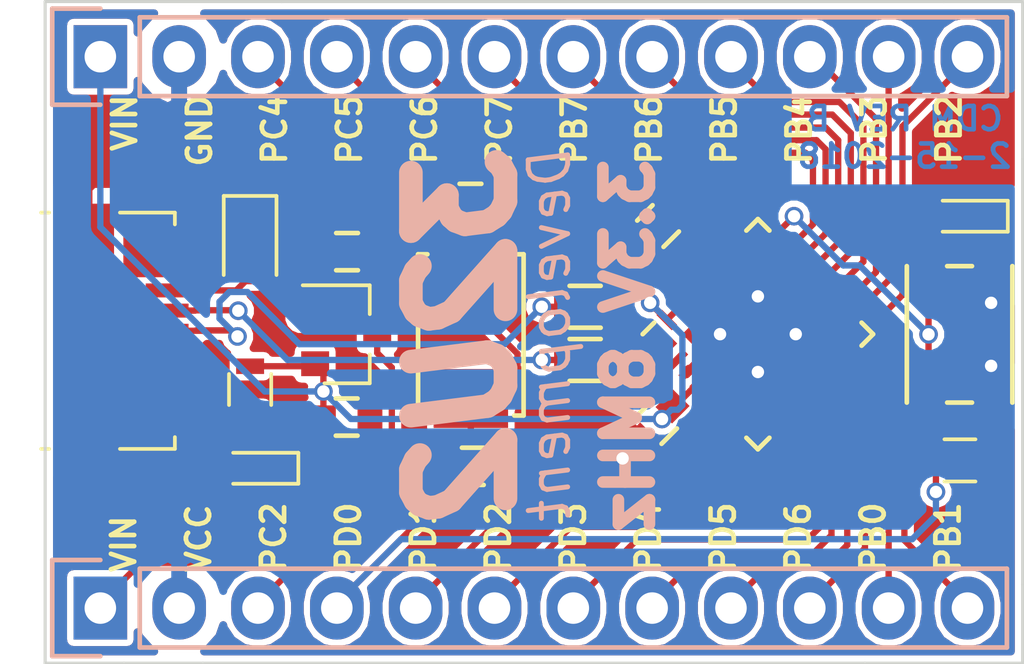
<source format=kicad_pcb>
(kicad_pcb (version 4) (host pcbnew 4.0.5+dfsg1-4)

  (general
    (links 72)
    (no_connects 0)
    (area 133.045999 93.358499 164.642001 114.794501)
    (thickness 1.6)
    (drawings 17)
    (tracks 269)
    (zones 0)
    (modules 20)
    (nets 35)
  )

  (page A4)
  (title_block
    (title "ATMEGA32U2 DEVELOPMENT")
    (date 2017-09-17)
    (rev A)
    (company "UNIVERSITY OF TOLEDO ROCKETRY CLUB")
  )

  (layers
    (0 F.Cu signal)
    (31 B.Cu signal)
    (32 B.Adhes user)
    (33 F.Adhes user)
    (34 B.Paste user)
    (35 F.Paste user)
    (36 B.SilkS user)
    (37 F.SilkS user)
    (38 B.Mask user)
    (39 F.Mask user)
    (40 Dwgs.User user)
    (41 Cmts.User user)
    (42 Eco1.User user)
    (43 Eco2.User user)
    (44 Edge.Cuts user)
    (45 Margin user)
    (46 B.CrtYd user)
    (47 F.CrtYd user)
    (48 B.Fab user hide)
    (49 F.Fab user hide)
  )

  (setup
    (last_trace_width 0.2032)
    (trace_clearance 0.1524)
    (zone_clearance 0.2032)
    (zone_45_only no)
    (trace_min 0.1524)
    (segment_width 0.2)
    (edge_width 0.1)
    (via_size 0.6)
    (via_drill 0.4)
    (via_min_size 0.4)
    (via_min_drill 0.3)
    (uvia_size 0.3)
    (uvia_drill 0.1)
    (uvias_allowed no)
    (uvia_min_size 0)
    (uvia_min_drill 0)
    (pcb_text_width 0.3)
    (pcb_text_size 1.5 1.5)
    (mod_edge_width 0.15)
    (mod_text_size 1 1)
    (mod_text_width 0.15)
    (pad_size 2.375 1.9)
    (pad_drill 0)
    (pad_to_mask_clearance 0)
    (aux_axis_origin 0 0)
    (visible_elements FFFEFFFF)
    (pcbplotparams
      (layerselection 0x010f0_80000001)
      (usegerberextensions true)
      (excludeedgelayer true)
      (linewidth 0.100000)
      (plotframeref false)
      (viasonmask false)
      (mode 1)
      (useauxorigin false)
      (hpglpennumber 1)
      (hpglpenspeed 20)
      (hpglpendiameter 15)
      (hpglpenoverlay 2)
      (psnegative false)
      (psa4output false)
      (plotreference true)
      (plotvalue true)
      (plotinvisibletext false)
      (padsonsilk false)
      (subtractmaskfromsilk false)
      (outputformat 1)
      (mirror false)
      (drillshape 0)
      (scaleselection 1)
      (outputdirectory "ATMEGA32U2 DEV REV A GERBER"))
  )

  (net 0 "")
  (net 1 "Net-(C1-Pad1)")
  (net 2 GND)
  (net 3 "Net-(C2-Pad1)")
  (net 4 "Net-(C3-Pad2)")
  (net 5 VCC)
  (net 6 +5V)
  (net 7 "Net-(P1-Pad2)")
  (net 8 "Net-(P1-Pad3)")
  (net 9 PB3)
  (net 10 PB1)
  (net 11 PB2)
  (net 12 PC2)
  (net 13 PD0)
  (net 14 PD1)
  (net 15 PD2)
  (net 16 PD3)
  (net 17 PD4)
  (net 18 PD5)
  (net 19 PD6)
  (net 20 PB0)
  (net 21 PC4)
  (net 22 PC5)
  (net 23 PC6)
  (net 24 PC7)
  (net 25 PB7)
  (net 26 PB6)
  (net 27 PB5)
  (net 28 PB4)
  (net 29 "Net-(R1-Pad1)")
  (net 30 "Net-(R2-Pad1)")
  (net 31 "Net-(D1-Pad2)")
  (net 32 "Net-(D2-Pad2)")
  (net 33 "Net-(D3-Pad2)")
  (net 34 "Net-(SW1-Pad2)")

  (net_class Default "This is the default net class."
    (clearance 0.1524)
    (trace_width 0.2032)
    (via_dia 0.6)
    (via_drill 0.4)
    (uvia_dia 0.3)
    (uvia_drill 0.1)
    (add_net +5V)
    (add_net GND)
    (add_net "Net-(C1-Pad1)")
    (add_net "Net-(C2-Pad1)")
    (add_net "Net-(C3-Pad2)")
    (add_net "Net-(D1-Pad2)")
    (add_net "Net-(D2-Pad2)")
    (add_net "Net-(D3-Pad2)")
    (add_net "Net-(P1-Pad2)")
    (add_net "Net-(P1-Pad3)")
    (add_net "Net-(R1-Pad1)")
    (add_net "Net-(R2-Pad1)")
    (add_net "Net-(SW1-Pad2)")
    (add_net PB0)
    (add_net PB1)
    (add_net PB2)
    (add_net PB3)
    (add_net PB4)
    (add_net PB5)
    (add_net PB6)
    (add_net PB7)
    (add_net PC2)
    (add_net PC4)
    (add_net PC5)
    (add_net PC6)
    (add_net PC7)
    (add_net PD0)
    (add_net PD1)
    (add_net PD2)
    (add_net PD3)
    (add_net PD4)
    (add_net PD5)
    (add_net PD6)
    (add_net VCC)
  )

  (module Capacitors_SMD:C_0603 (layer F.Cu) (tedit 59A820D7) (tstamp 59A84119)
    (at 142.8115 106.807)
    (descr "Capacitor SMD 0603, reflow soldering, AVX (see smccp.pdf)")
    (tags "capacitor 0603")
    (path /59A5C689)
    (attr smd)
    (fp_text reference C6 (at 0 -1.9) (layer F.SilkS) hide
      (effects (font (size 1 1) (thickness 0.15)))
    )
    (fp_text value 1uF (at 0 1.9) (layer F.Fab)
      (effects (font (size 1 1) (thickness 0.15)))
    )
    (fp_line (start -0.8 0.4) (end -0.8 -0.4) (layer F.Fab) (width 0.15))
    (fp_line (start 0.8 0.4) (end -0.8 0.4) (layer F.Fab) (width 0.15))
    (fp_line (start 0.8 -0.4) (end 0.8 0.4) (layer F.Fab) (width 0.15))
    (fp_line (start -0.8 -0.4) (end 0.8 -0.4) (layer F.Fab) (width 0.15))
    (fp_line (start -1.45 -0.75) (end 1.45 -0.75) (layer F.CrtYd) (width 0.05))
    (fp_line (start -1.45 0.75) (end 1.45 0.75) (layer F.CrtYd) (width 0.05))
    (fp_line (start -1.45 -0.75) (end -1.45 0.75) (layer F.CrtYd) (width 0.05))
    (fp_line (start 1.45 -0.75) (end 1.45 0.75) (layer F.CrtYd) (width 0.05))
    (fp_line (start -0.35 -0.6) (end 0.35 -0.6) (layer F.SilkS) (width 0.15))
    (fp_line (start 0.35 0.6) (end -0.35 0.6) (layer F.SilkS) (width 0.15))
    (pad 1 smd rect (at -0.75 0) (size 0.8 0.75) (layers F.Cu F.Paste F.Mask)
      (net 5 VCC))
    (pad 2 smd rect (at 0.75 0) (size 0.8 0.75) (layers F.Cu F.Paste F.Mask)
      (net 2 GND))
    (model Capacitors_SMD.3dshapes/C_0603.wrl
      (at (xyz 0 0 0))
      (scale (xyz 1 1 1))
      (rotate (xyz 0 0 0))
    )
  )

  (module Resistors_SMD:R_0603 (layer F.Cu) (tedit 59A8211D) (tstamp 59A8410A)
    (at 150.495 103.251 180)
    (descr "Resistor SMD 0603, reflow soldering, Vishay (see dcrcw.pdf)")
    (tags "resistor 0603")
    (path /59926411)
    (attr smd)
    (fp_text reference R1 (at 0 -1.9 180) (layer F.SilkS) hide
      (effects (font (size 1 1) (thickness 0.15)))
    )
    (fp_text value 22 (at 0 1.9 180) (layer F.Fab)
      (effects (font (size 1 1) (thickness 0.15)))
    )
    (fp_line (start -0.8 0.4) (end -0.8 -0.4) (layer F.Fab) (width 0.1))
    (fp_line (start 0.8 0.4) (end -0.8 0.4) (layer F.Fab) (width 0.1))
    (fp_line (start 0.8 -0.4) (end 0.8 0.4) (layer F.Fab) (width 0.1))
    (fp_line (start -0.8 -0.4) (end 0.8 -0.4) (layer F.Fab) (width 0.1))
    (fp_line (start -1.3 -0.8) (end 1.3 -0.8) (layer F.CrtYd) (width 0.05))
    (fp_line (start -1.3 0.8) (end 1.3 0.8) (layer F.CrtYd) (width 0.05))
    (fp_line (start -1.3 -0.8) (end -1.3 0.8) (layer F.CrtYd) (width 0.05))
    (fp_line (start 1.3 -0.8) (end 1.3 0.8) (layer F.CrtYd) (width 0.05))
    (fp_line (start 0.5 0.675) (end -0.5 0.675) (layer F.SilkS) (width 0.15))
    (fp_line (start -0.5 -0.675) (end 0.5 -0.675) (layer F.SilkS) (width 0.15))
    (pad 1 smd rect (at -0.75 0 180) (size 0.5 0.9) (layers F.Cu F.Paste F.Mask)
      (net 29 "Net-(R1-Pad1)"))
    (pad 2 smd rect (at 0.75 0 180) (size 0.5 0.9) (layers F.Cu F.Paste F.Mask)
      (net 8 "Net-(P1-Pad3)"))
    (model Resistors_SMD.3dshapes/R_0603.wrl
      (at (xyz 0 0 0))
      (scale (xyz 1 1 1))
      (rotate (xyz 0 0 0))
    )
  )

  (module Resistors_SMD:R_0603 (layer F.Cu) (tedit 59A82117) (tstamp 59A840E2)
    (at 150.495 104.9655 180)
    (descr "Resistor SMD 0603, reflow soldering, Vishay (see dcrcw.pdf)")
    (tags "resistor 0603")
    (path /5992635E)
    (attr smd)
    (fp_text reference R2 (at 0 -1.9 180) (layer F.SilkS) hide
      (effects (font (size 1 1) (thickness 0.15)))
    )
    (fp_text value 22 (at 0 1.9 180) (layer F.Fab)
      (effects (font (size 1 1) (thickness 0.15)))
    )
    (fp_line (start -0.8 0.4) (end -0.8 -0.4) (layer F.Fab) (width 0.1))
    (fp_line (start 0.8 0.4) (end -0.8 0.4) (layer F.Fab) (width 0.1))
    (fp_line (start 0.8 -0.4) (end 0.8 0.4) (layer F.Fab) (width 0.1))
    (fp_line (start -0.8 -0.4) (end 0.8 -0.4) (layer F.Fab) (width 0.1))
    (fp_line (start -1.3 -0.8) (end 1.3 -0.8) (layer F.CrtYd) (width 0.05))
    (fp_line (start -1.3 0.8) (end 1.3 0.8) (layer F.CrtYd) (width 0.05))
    (fp_line (start -1.3 -0.8) (end -1.3 0.8) (layer F.CrtYd) (width 0.05))
    (fp_line (start 1.3 -0.8) (end 1.3 0.8) (layer F.CrtYd) (width 0.05))
    (fp_line (start 0.5 0.675) (end -0.5 0.675) (layer F.SilkS) (width 0.15))
    (fp_line (start -0.5 -0.675) (end 0.5 -0.675) (layer F.SilkS) (width 0.15))
    (pad 1 smd rect (at -0.75 0 180) (size 0.5 0.9) (layers F.Cu F.Paste F.Mask)
      (net 30 "Net-(R2-Pad1)"))
    (pad 2 smd rect (at 0.75 0 180) (size 0.5 0.9) (layers F.Cu F.Paste F.Mask)
      (net 7 "Net-(P1-Pad2)"))
    (model Resistors_SMD.3dshapes/R_0603.wrl
      (at (xyz 0 0 0))
      (scale (xyz 1 1 1))
      (rotate (xyz 0 0 0))
    )
  )

  (module Capacitors_SMD:C_0603 (layer F.Cu) (tedit 59A82124) (tstamp 59A840BA)
    (at 142.8235 101.473 180)
    (descr "Capacitor SMD 0603, reflow soldering, AVX (see smccp.pdf)")
    (tags "capacitor 0603")
    (path /59A5C5E6)
    (attr smd)
    (fp_text reference C5 (at 0 -1.9 180) (layer F.SilkS) hide
      (effects (font (size 1 1) (thickness 0.15)))
    )
    (fp_text value 1uF (at 0 1.9 180) (layer F.Fab)
      (effects (font (size 1 1) (thickness 0.15)))
    )
    (fp_line (start -0.8 0.4) (end -0.8 -0.4) (layer F.Fab) (width 0.15))
    (fp_line (start 0.8 0.4) (end -0.8 0.4) (layer F.Fab) (width 0.15))
    (fp_line (start 0.8 -0.4) (end 0.8 0.4) (layer F.Fab) (width 0.15))
    (fp_line (start -0.8 -0.4) (end 0.8 -0.4) (layer F.Fab) (width 0.15))
    (fp_line (start -1.45 -0.75) (end 1.45 -0.75) (layer F.CrtYd) (width 0.05))
    (fp_line (start -1.45 0.75) (end 1.45 0.75) (layer F.CrtYd) (width 0.05))
    (fp_line (start -1.45 -0.75) (end -1.45 0.75) (layer F.CrtYd) (width 0.05))
    (fp_line (start 1.45 -0.75) (end 1.45 0.75) (layer F.CrtYd) (width 0.05))
    (fp_line (start -0.35 -0.6) (end 0.35 -0.6) (layer F.SilkS) (width 0.15))
    (fp_line (start 0.35 0.6) (end -0.35 0.6) (layer F.SilkS) (width 0.15))
    (pad 1 smd rect (at -0.75 0 180) (size 0.8 0.75) (layers F.Cu F.Paste F.Mask)
      (net 6 +5V))
    (pad 2 smd rect (at 0.75 0 180) (size 0.8 0.75) (layers F.Cu F.Paste F.Mask)
      (net 2 GND))
    (model Capacitors_SMD.3dshapes/C_0603.wrl
      (at (xyz 0 0 0))
      (scale (xyz 1 1 1))
      (rotate (xyz 0 0 0))
    )
  )

  (module Capacitors_SMD:C_0603 (layer F.Cu) (tedit 59A82104) (tstamp 59A840AB)
    (at 146.8 99.8855 180)
    (descr "Capacitor SMD 0603, reflow soldering, AVX (see smccp.pdf)")
    (tags "capacitor 0603")
    (path /599267C1)
    (attr smd)
    (fp_text reference C1 (at 0 -1.9 180) (layer F.SilkS) hide
      (effects (font (size 1 1) (thickness 0.15)))
    )
    (fp_text value C (at 0 1.9 180) (layer F.Fab)
      (effects (font (size 1 1) (thickness 0.15)))
    )
    (fp_line (start -0.8 0.4) (end -0.8 -0.4) (layer F.Fab) (width 0.15))
    (fp_line (start 0.8 0.4) (end -0.8 0.4) (layer F.Fab) (width 0.15))
    (fp_line (start 0.8 -0.4) (end 0.8 0.4) (layer F.Fab) (width 0.15))
    (fp_line (start -0.8 -0.4) (end 0.8 -0.4) (layer F.Fab) (width 0.15))
    (fp_line (start -1.45 -0.75) (end 1.45 -0.75) (layer F.CrtYd) (width 0.05))
    (fp_line (start -1.45 0.75) (end 1.45 0.75) (layer F.CrtYd) (width 0.05))
    (fp_line (start -1.45 -0.75) (end -1.45 0.75) (layer F.CrtYd) (width 0.05))
    (fp_line (start 1.45 -0.75) (end 1.45 0.75) (layer F.CrtYd) (width 0.05))
    (fp_line (start -0.35 -0.6) (end 0.35 -0.6) (layer F.SilkS) (width 0.15))
    (fp_line (start 0.35 0.6) (end -0.35 0.6) (layer F.SilkS) (width 0.15))
    (pad 1 smd rect (at -0.75 0 180) (size 0.8 0.75) (layers F.Cu F.Paste F.Mask)
      (net 1 "Net-(C1-Pad1)"))
    (pad 2 smd rect (at 0.75 0 180) (size 0.8 0.75) (layers F.Cu F.Paste F.Mask)
      (net 2 GND))
    (model Capacitors_SMD.3dshapes/C_0603.wrl
      (at (xyz 0 0 0))
      (scale (xyz 1 1 1))
      (rotate (xyz 0 0 0))
    )
  )

  (module Capacitors_SMD:C_0603 (layer F.Cu) (tedit 59A82110) (tstamp 59A8409C)
    (at 146.8755 108.3945 180)
    (descr "Capacitor SMD 0603, reflow soldering, AVX (see smccp.pdf)")
    (tags "capacitor 0603")
    (path /5992679C)
    (attr smd)
    (fp_text reference C2 (at 0 -1.9 180) (layer F.SilkS) hide
      (effects (font (size 1 1) (thickness 0.15)))
    )
    (fp_text value C (at 0 1.9 180) (layer F.Fab)
      (effects (font (size 1 1) (thickness 0.15)))
    )
    (fp_line (start -0.8 0.4) (end -0.8 -0.4) (layer F.Fab) (width 0.15))
    (fp_line (start 0.8 0.4) (end -0.8 0.4) (layer F.Fab) (width 0.15))
    (fp_line (start 0.8 -0.4) (end 0.8 0.4) (layer F.Fab) (width 0.15))
    (fp_line (start -0.8 -0.4) (end 0.8 -0.4) (layer F.Fab) (width 0.15))
    (fp_line (start -1.45 -0.75) (end 1.45 -0.75) (layer F.CrtYd) (width 0.05))
    (fp_line (start -1.45 0.75) (end 1.45 0.75) (layer F.CrtYd) (width 0.05))
    (fp_line (start -1.45 -0.75) (end -1.45 0.75) (layer F.CrtYd) (width 0.05))
    (fp_line (start 1.45 -0.75) (end 1.45 0.75) (layer F.CrtYd) (width 0.05))
    (fp_line (start -0.35 -0.6) (end 0.35 -0.6) (layer F.SilkS) (width 0.15))
    (fp_line (start 0.35 0.6) (end -0.35 0.6) (layer F.SilkS) (width 0.15))
    (pad 1 smd rect (at -0.75 0 180) (size 0.8 0.75) (layers F.Cu F.Paste F.Mask)
      (net 3 "Net-(C2-Pad1)"))
    (pad 2 smd rect (at 0.75 0 180) (size 0.8 0.75) (layers F.Cu F.Paste F.Mask)
      (net 2 GND))
    (model Capacitors_SMD.3dshapes/C_0603.wrl
      (at (xyz 0 0 0))
      (scale (xyz 1 1 1))
      (rotate (xyz 0 0 0))
    )
  )

  (module Crystals:ABM3 (layer F.Cu) (tedit 59A8210A) (tstamp 59A84064)
    (at 146.812 104.158 270)
    (descr "Abracon Miniature Ceramic Smd Crystal http://www.abracon.com/Resonators/abm3.pdf")
    (tags "smd crystal")
    (path /59A5A996)
    (attr smd)
    (fp_text reference Y1 (at 0 -3 270) (layer F.SilkS) hide
      (effects (font (size 1 1) (thickness 0.15)))
    )
    (fp_text value 8MHz (at 0 3 270) (layer F.Fab)
      (effects (font (size 1 1) (thickness 0.15)))
    )
    (fp_line (start -3.5 2.1) (end -3.5 -2.1) (layer F.CrtYd) (width 0.05))
    (fp_line (start 3.5 2.1) (end -3.5 2.1) (layer F.CrtYd) (width 0.05))
    (fp_line (start 3.5 -2.1) (end 3.5 2.1) (layer F.CrtYd) (width 0.05))
    (fp_line (start -3.5 -2.1) (end 3.5 -2.1) (layer F.CrtYd) (width 0.05))
    (fp_line (start 2.6 1.7) (end 2.6 1.4) (layer F.SilkS) (width 0.15))
    (fp_line (start -2.6 1.7) (end -2.6 1.4) (layer F.SilkS) (width 0.15))
    (fp_line (start -2.6 -1.7) (end -2.6 -1.4) (layer F.SilkS) (width 0.15))
    (fp_line (start 2.6 -1.7) (end 2.6 -1.4) (layer F.SilkS) (width 0.15))
    (fp_line (start -2.6 -1.7) (end 2.6 -1.7) (layer F.SilkS) (width 0.15))
    (fp_line (start -2.6 1.7) (end 2.6 1.7) (layer F.SilkS) (width 0.15))
    (pad 2 smd rect (at 2.05 0 270) (size 1.9 2.4) (layers F.Cu F.Paste F.Mask)
      (net 3 "Net-(C2-Pad1)"))
    (pad 1 smd rect (at -2.05 0 270) (size 1.9 2.4) (layers F.Cu F.Paste F.Mask)
      (net 1 "Net-(C1-Pad1)"))
  )

  (module Capacitors_SMD:C_0603 (layer F.Cu) (tedit 59A820EB) (tstamp 59A84055)
    (at 152.781 106.9975 45)
    (descr "Capacitor SMD 0603, reflow soldering, AVX (see smccp.pdf)")
    (tags "capacitor 0603")
    (path /59926115)
    (attr smd)
    (fp_text reference C4 (at 0 -1.9 45) (layer F.SilkS) hide
      (effects (font (size 1 1) (thickness 0.15)))
    )
    (fp_text value 1uF (at 0 1.9 45) (layer F.Fab)
      (effects (font (size 1 1) (thickness 0.15)))
    )
    (fp_line (start -0.8 0.4) (end -0.8 -0.4) (layer F.Fab) (width 0.15))
    (fp_line (start 0.8 0.4) (end -0.8 0.4) (layer F.Fab) (width 0.15))
    (fp_line (start 0.8 -0.4) (end 0.8 0.4) (layer F.Fab) (width 0.15))
    (fp_line (start -0.8 -0.4) (end 0.8 -0.4) (layer F.Fab) (width 0.15))
    (fp_line (start -1.45 -0.75) (end 1.45 -0.75) (layer F.CrtYd) (width 0.05))
    (fp_line (start -1.45 0.75) (end 1.45 0.75) (layer F.CrtYd) (width 0.05))
    (fp_line (start -1.45 -0.75) (end -1.45 0.75) (layer F.CrtYd) (width 0.05))
    (fp_line (start 1.45 -0.75) (end 1.45 0.75) (layer F.CrtYd) (width 0.05))
    (fp_line (start -0.35 -0.6) (end 0.35 -0.6) (layer F.SilkS) (width 0.15))
    (fp_line (start 0.35 0.6) (end -0.35 0.6) (layer F.SilkS) (width 0.15))
    (pad 1 smd rect (at -0.75 0 45) (size 0.8 0.75) (layers F.Cu F.Paste F.Mask)
      (net 2 GND))
    (pad 2 smd rect (at 0.75 0 45) (size 0.8 0.75) (layers F.Cu F.Paste F.Mask)
      (net 5 VCC))
    (model Capacitors_SMD.3dshapes/C_0603.wrl
      (at (xyz 0 0 0))
      (scale (xyz 1 1 1))
      (rotate (xyz 0 0 0))
    )
  )

  (module Housings_DFN_QFN:QFN-32-1EP_5x5mm_Pitch0.5mm (layer F.Cu) (tedit 59A82CEF) (tstamp 59A8401E)
    (at 156.06132 104.134233 45)
    (descr "UH Package; 32-Lead Plastic QFN (5mm x 5mm); (see Linear Technology QFN_32_05-08-1693.pdf)")
    (tags "QFN 0.5")
    (path /5990A9F3)
    (attr smd)
    (fp_text reference U1 (at 0 -3.75 45) (layer F.SilkS) hide
      (effects (font (size 1 1) (thickness 0.15)))
    )
    (fp_text value ATMEGA32U2 (at 0 3.75 45) (layer F.Fab)
      (effects (font (size 1 1) (thickness 0.15)))
    )
    (fp_line (start -1.5 -2.5) (end 2.5 -2.5) (layer F.Fab) (width 0.15))
    (fp_line (start 2.5 -2.5) (end 2.5 2.5) (layer F.Fab) (width 0.15))
    (fp_line (start 2.5 2.5) (end -2.5 2.5) (layer F.Fab) (width 0.15))
    (fp_line (start -2.5 2.5) (end -2.5 -1.5) (layer F.Fab) (width 0.15))
    (fp_line (start -2.5 -1.5) (end -1.5 -2.5) (layer F.Fab) (width 0.15))
    (fp_line (start -3 -3) (end -3 3) (layer F.CrtYd) (width 0.05))
    (fp_line (start 3 -3) (end 3 3) (layer F.CrtYd) (width 0.05))
    (fp_line (start -3 -3) (end 3 -3) (layer F.CrtYd) (width 0.05))
    (fp_line (start -3 3) (end 3 3) (layer F.CrtYd) (width 0.05))
    (fp_line (start 2.625 -2.625) (end 2.625 -2.1) (layer F.SilkS) (width 0.15))
    (fp_line (start -2.625 2.625) (end -2.625 2.1) (layer F.SilkS) (width 0.15))
    (fp_line (start 2.625 2.625) (end 2.625 2.1) (layer F.SilkS) (width 0.15))
    (fp_line (start -2.625 -2.625) (end -2.1 -2.625) (layer F.SilkS) (width 0.15))
    (fp_line (start -2.625 2.625) (end -2.1 2.625) (layer F.SilkS) (width 0.15))
    (fp_line (start 2.625 2.625) (end 2.1 2.625) (layer F.SilkS) (width 0.15))
    (fp_line (start 2.625 -2.625) (end 2.1 -2.625) (layer F.SilkS) (width 0.15))
    (pad 1 smd rect (at -2.4 -1.75 45) (size 0.7 0.25) (layers F.Cu F.Paste F.Mask)
      (net 1 "Net-(C1-Pad1)"))
    (pad 2 smd rect (at -2.4 -1.25 45) (size 0.7 0.25) (layers F.Cu F.Paste F.Mask)
      (net 3 "Net-(C2-Pad1)"))
    (pad 3 smd rect (at -2.4 -0.75 45) (size 0.7 0.25) (layers F.Cu F.Paste F.Mask)
      (net 2 GND))
    (pad 4 smd rect (at -2.4 -0.25 45) (size 0.7 0.25) (layers F.Cu F.Paste F.Mask)
      (net 5 VCC))
    (pad 5 smd rect (at -2.4 0.25 45) (size 0.7 0.25) (layers F.Cu F.Paste F.Mask)
      (net 12 PC2))
    (pad 6 smd rect (at -2.4 0.75 45) (size 0.7 0.25) (layers F.Cu F.Paste F.Mask)
      (net 13 PD0))
    (pad 7 smd rect (at -2.4 1.25 45) (size 0.7 0.25) (layers F.Cu F.Paste F.Mask)
      (net 14 PD1))
    (pad 8 smd rect (at -2.4 1.75 45) (size 0.7 0.25) (layers F.Cu F.Paste F.Mask)
      (net 15 PD2))
    (pad 9 smd rect (at -1.75 2.4 135) (size 0.7 0.25) (layers F.Cu F.Paste F.Mask)
      (net 16 PD3))
    (pad 10 smd rect (at -1.25 2.4 135) (size 0.7 0.25) (layers F.Cu F.Paste F.Mask)
      (net 17 PD4))
    (pad 11 smd rect (at -0.75 2.4 135) (size 0.7 0.25) (layers F.Cu F.Paste F.Mask)
      (net 18 PD5))
    (pad 12 smd rect (at -0.25 2.4 135) (size 0.7 0.25) (layers F.Cu F.Paste F.Mask)
      (net 19 PD6))
    (pad 13 smd rect (at 0.25 2.4 135) (size 0.7 0.25) (layers F.Cu F.Paste F.Mask)
      (net 2 GND))
    (pad 14 smd rect (at 0.75 2.4 135) (size 0.7 0.25) (layers F.Cu F.Paste F.Mask)
      (net 20 PB0))
    (pad 15 smd rect (at 1.25 2.4 135) (size 0.7 0.25) (layers F.Cu F.Paste F.Mask)
      (net 10 PB1))
    (pad 16 smd rect (at 1.75 2.4 135) (size 0.7 0.25) (layers F.Cu F.Paste F.Mask)
      (net 11 PB2))
    (pad 17 smd rect (at 2.4 1.75 45) (size 0.7 0.25) (layers F.Cu F.Paste F.Mask)
      (net 9 PB3))
    (pad 18 smd rect (at 2.4 1.25 45) (size 0.7 0.25) (layers F.Cu F.Paste F.Mask)
      (net 28 PB4))
    (pad 19 smd rect (at 2.4 0.75 45) (size 0.7 0.25) (layers F.Cu F.Paste F.Mask)
      (net 27 PB5))
    (pad 20 smd rect (at 2.4 0.25 45) (size 0.7 0.25) (layers F.Cu F.Paste F.Mask)
      (net 26 PB6))
    (pad 21 smd rect (at 2.4 -0.25 45) (size 0.7 0.25) (layers F.Cu F.Paste F.Mask)
      (net 25 PB7))
    (pad 22 smd rect (at 2.4 -0.75 45) (size 0.7 0.25) (layers F.Cu F.Paste F.Mask)
      (net 24 PC7))
    (pad 23 smd rect (at 2.4 -1.25 45) (size 0.7 0.25) (layers F.Cu F.Paste F.Mask)
      (net 23 PC6))
    (pad 24 smd rect (at 2.4 -1.75 45) (size 0.7 0.25) (layers F.Cu F.Paste F.Mask)
      (net 34 "Net-(SW1-Pad2)"))
    (pad 25 smd rect (at 1.75 -2.4 135) (size 0.7 0.25) (layers F.Cu F.Paste F.Mask)
      (net 22 PC5))
    (pad 26 smd rect (at 1.25 -2.4 135) (size 0.7 0.25) (layers F.Cu F.Paste F.Mask)
      (net 21 PC4))
    (pad 27 smd rect (at 0.75 -2.4 135) (size 0.7 0.25) (layers F.Cu F.Paste F.Mask)
      (net 4 "Net-(C3-Pad2)"))
    (pad 28 smd rect (at 0.25 -2.4 135) (size 0.7 0.25) (layers F.Cu F.Paste F.Mask)
      (net 2 GND))
    (pad 29 smd rect (at -0.25 -2.4 135) (size 0.7 0.25) (layers F.Cu F.Paste F.Mask)
      (net 29 "Net-(R1-Pad1)"))
    (pad 30 smd rect (at -0.75 -2.4 135) (size 0.7 0.25) (layers F.Cu F.Paste F.Mask)
      (net 30 "Net-(R2-Pad1)"))
    (pad 31 smd rect (at -1.25 -2.4 135) (size 0.7 0.25) (layers F.Cu F.Paste F.Mask)
      (net 5 VCC))
    (pad 32 smd rect (at -1.75 -2.4 135) (size 0.7 0.25) (layers F.Cu F.Paste F.Mask)
      (net 5 VCC))
    (pad 3 smd rect (at 0.8625 0.8625 45) (size 1.725 1.725) (layers F.Cu F.Paste F.Mask)
      (net 2 GND) (solder_paste_margin_ratio -0.2))
    (pad 3 smd rect (at 0.8625 -0.8625 45) (size 1.725 1.725) (layers F.Cu F.Paste F.Mask)
      (net 2 GND) (solder_paste_margin_ratio -0.2))
    (pad 3 smd rect (at -0.8625 0.8625 45) (size 1.725 1.725) (layers F.Cu F.Paste F.Mask)
      (net 2 GND) (solder_paste_margin_ratio -0.2))
    (pad 3 smd rect (at -0.8625 -0.8625 45) (size 1.725 1.725) (layers F.Cu F.Paste F.Mask)
      (net 2 GND) (solder_paste_margin_ratio -0.2))
    (model Housings_DFN_QFN.3dshapes/QFN-32-1EP_5x5mm_Pitch0.5mm.wrl
      (at (xyz 0 0 0))
      (scale (xyz 1 1 1))
      (rotate (xyz 0 0 0))
    )
  )

  (module Capacitors_SMD:C_0603 (layer F.Cu) (tedit 59A820F1) (tstamp 59A8400F)
    (at 152.8445 100.6475 45)
    (descr "Capacitor SMD 0603, reflow soldering, AVX (see smccp.pdf)")
    (tags "capacitor 0603")
    (path /59926623)
    (attr smd)
    (fp_text reference C3 (at 0 -1.9 45) (layer F.SilkS) hide
      (effects (font (size 1 1) (thickness 0.15)))
    )
    (fp_text value C (at 0 1.9 45) (layer F.Fab)
      (effects (font (size 1 1) (thickness 0.15)))
    )
    (fp_line (start -0.8 0.4) (end -0.8 -0.4) (layer F.Fab) (width 0.15))
    (fp_line (start 0.8 0.4) (end -0.8 0.4) (layer F.Fab) (width 0.15))
    (fp_line (start 0.8 -0.4) (end 0.8 0.4) (layer F.Fab) (width 0.15))
    (fp_line (start -0.8 -0.4) (end 0.8 -0.4) (layer F.Fab) (width 0.15))
    (fp_line (start -1.45 -0.75) (end 1.45 -0.75) (layer F.CrtYd) (width 0.05))
    (fp_line (start -1.45 0.75) (end 1.45 0.75) (layer F.CrtYd) (width 0.05))
    (fp_line (start -1.45 -0.75) (end -1.45 0.75) (layer F.CrtYd) (width 0.05))
    (fp_line (start 1.45 -0.75) (end 1.45 0.75) (layer F.CrtYd) (width 0.05))
    (fp_line (start -0.35 -0.6) (end 0.35 -0.6) (layer F.SilkS) (width 0.15))
    (fp_line (start 0.35 0.6) (end -0.35 0.6) (layer F.SilkS) (width 0.15))
    (pad 1 smd rect (at -0.75 0 45) (size 0.8 0.75) (layers F.Cu F.Paste F.Mask)
      (net 2 GND))
    (pad 2 smd rect (at 0.75 0 45) (size 0.8 0.75) (layers F.Cu F.Paste F.Mask)
      (net 4 "Net-(C3-Pad2)"))
    (model Capacitors_SMD.3dshapes/C_0603.wrl
      (at (xyz 0 0 0))
      (scale (xyz 1 1 1))
      (rotate (xyz 0 0 0))
    )
  )

  (module Pin_Headers:Pin_Header_Straight_1x12 (layer B.Cu) (tedit 59BF2F45) (tstamp 59BF22A2)
    (at 134.874 95.1865 270)
    (descr "Through hole pin header")
    (tags "pin header")
    (path /59A88632)
    (fp_text reference P3 (at 0 5.1 270) (layer B.SilkS) hide
      (effects (font (size 1 1) (thickness 0.15)) (justify mirror))
    )
    (fp_text value "HEADER RIGHT" (at 0 3.1 270) (layer B.Fab)
      (effects (font (size 1 1) (thickness 0.15)) (justify mirror))
    )
    (fp_line (start -1.75 1.75) (end -1.75 -29.7) (layer B.CrtYd) (width 0.05))
    (fp_line (start 1.75 1.75) (end 1.75 -29.7) (layer B.CrtYd) (width 0.05))
    (fp_line (start -1.75 1.75) (end 1.75 1.75) (layer B.CrtYd) (width 0.05))
    (fp_line (start -1.75 -29.7) (end 1.75 -29.7) (layer B.CrtYd) (width 0.05))
    (fp_line (start 1.27 -1.27) (end 1.27 -29.21) (layer B.SilkS) (width 0.15))
    (fp_line (start 1.27 -29.21) (end -1.27 -29.21) (layer B.SilkS) (width 0.15))
    (fp_line (start -1.27 -29.21) (end -1.27 -1.27) (layer B.SilkS) (width 0.15))
    (fp_line (start 1.55 1.55) (end 1.55 0) (layer B.SilkS) (width 0.15))
    (fp_line (start 1.27 -1.27) (end -1.27 -1.27) (layer B.SilkS) (width 0.15))
    (fp_line (start -1.55 0) (end -1.55 1.55) (layer B.SilkS) (width 0.15))
    (fp_line (start -1.55 1.55) (end 1.55 1.55) (layer B.SilkS) (width 0.15))
    (pad 1 thru_hole rect (at 0 0 270) (size 2.032 1.7272) (drill 1.016) (layers *.Cu *.Mask)
      (net 5 VCC))
    (pad 2 thru_hole oval (at 0 -2.54 270) (size 2.032 1.7272) (drill 1.016) (layers *.Cu *.Mask)
      (net 2 GND))
    (pad 3 thru_hole oval (at 0 -5.08 270) (size 2.032 1.7272) (drill 1.016) (layers *.Cu *.Mask)
      (net 21 PC4))
    (pad 4 thru_hole oval (at 0 -7.62 270) (size 2.032 1.7272) (drill 1.016) (layers *.Cu *.Mask)
      (net 22 PC5))
    (pad 5 thru_hole oval (at 0 -10.16 270) (size 2.032 1.7272) (drill 1.016) (layers *.Cu *.Mask)
      (net 23 PC6))
    (pad 6 thru_hole oval (at 0 -12.7 270) (size 2.032 1.7272) (drill 1.016) (layers *.Cu *.Mask)
      (net 24 PC7))
    (pad 7 thru_hole oval (at 0 -15.24 270) (size 2.032 1.7272) (drill 1.016) (layers *.Cu *.Mask)
      (net 25 PB7))
    (pad 8 thru_hole oval (at 0 -17.78 270) (size 2.032 1.7272) (drill 1.016) (layers *.Cu *.Mask)
      (net 26 PB6))
    (pad 9 thru_hole oval (at 0 -20.32 270) (size 2.032 1.7272) (drill 1.016) (layers *.Cu *.Mask)
      (net 27 PB5))
    (pad 10 thru_hole oval (at 0 -22.86 270) (size 2.032 1.7272) (drill 1.016) (layers *.Cu *.Mask)
      (net 28 PB4))
    (pad 11 thru_hole oval (at 0 -25.4 270) (size 2.032 1.7272) (drill 1.016) (layers *.Cu *.Mask)
      (net 9 PB3))
    (pad 12 thru_hole oval (at 0 -27.94 270) (size 2.032 1.7272) (drill 1.016) (layers *.Cu *.Mask)
      (net 11 PB2))
    (model Pin_Headers.3dshapes/Pin_Header_Straight_1x12.wrl
      (at (xyz 0 -0.55 0))
      (scale (xyz 1 1 1))
      (rotate (xyz 0 0 90))
    )
  )

  (module Pin_Headers:Pin_Header_Straight_1x12 (layer B.Cu) (tedit 59BF2F42) (tstamp 59BF22B2)
    (at 134.874 112.9665 270)
    (descr "Through hole pin header")
    (tags "pin header")
    (path /59A88745)
    (fp_text reference P4 (at 0 5.1 270) (layer B.SilkS) hide
      (effects (font (size 1 1) (thickness 0.15)) (justify mirror))
    )
    (fp_text value "HEADER LEFT" (at 0 3.1 270) (layer B.Fab)
      (effects (font (size 1 1) (thickness 0.15)) (justify mirror))
    )
    (fp_line (start -1.75 1.75) (end -1.75 -29.7) (layer B.CrtYd) (width 0.05))
    (fp_line (start 1.75 1.75) (end 1.75 -29.7) (layer B.CrtYd) (width 0.05))
    (fp_line (start -1.75 1.75) (end 1.75 1.75) (layer B.CrtYd) (width 0.05))
    (fp_line (start -1.75 -29.7) (end 1.75 -29.7) (layer B.CrtYd) (width 0.05))
    (fp_line (start 1.27 -1.27) (end 1.27 -29.21) (layer B.SilkS) (width 0.15))
    (fp_line (start 1.27 -29.21) (end -1.27 -29.21) (layer B.SilkS) (width 0.15))
    (fp_line (start -1.27 -29.21) (end -1.27 -1.27) (layer B.SilkS) (width 0.15))
    (fp_line (start 1.55 1.55) (end 1.55 0) (layer B.SilkS) (width 0.15))
    (fp_line (start 1.27 -1.27) (end -1.27 -1.27) (layer B.SilkS) (width 0.15))
    (fp_line (start -1.55 0) (end -1.55 1.55) (layer B.SilkS) (width 0.15))
    (fp_line (start -1.55 1.55) (end 1.55 1.55) (layer B.SilkS) (width 0.15))
    (pad 1 thru_hole rect (at 0 0 270) (size 2.032 1.7272) (drill 1.016) (layers *.Cu *.Mask)
      (net 6 +5V))
    (pad 2 thru_hole oval (at 0 -2.54 270) (size 2.032 1.7272) (drill 1.016) (layers *.Cu *.Mask)
      (net 2 GND))
    (pad 3 thru_hole oval (at 0 -5.08 270) (size 2.032 1.7272) (drill 1.016) (layers *.Cu *.Mask)
      (net 12 PC2))
    (pad 4 thru_hole oval (at 0 -7.62 270) (size 2.032 1.7272) (drill 1.016) (layers *.Cu *.Mask)
      (net 13 PD0))
    (pad 5 thru_hole oval (at 0 -10.16 270) (size 2.032 1.7272) (drill 1.016) (layers *.Cu *.Mask)
      (net 14 PD1))
    (pad 6 thru_hole oval (at 0 -12.7 270) (size 2.032 1.7272) (drill 1.016) (layers *.Cu *.Mask)
      (net 15 PD2))
    (pad 7 thru_hole oval (at 0 -15.24 270) (size 2.032 1.7272) (drill 1.016) (layers *.Cu *.Mask)
      (net 16 PD3))
    (pad 8 thru_hole oval (at 0 -17.78 270) (size 2.032 1.7272) (drill 1.016) (layers *.Cu *.Mask)
      (net 17 PD4))
    (pad 9 thru_hole oval (at 0 -20.32 270) (size 2.032 1.7272) (drill 1.016) (layers *.Cu *.Mask)
      (net 18 PD5))
    (pad 10 thru_hole oval (at 0 -22.86 270) (size 2.032 1.7272) (drill 1.016) (layers *.Cu *.Mask)
      (net 19 PD6))
    (pad 11 thru_hole oval (at 0 -25.4 270) (size 2.032 1.7272) (drill 1.016) (layers *.Cu *.Mask)
      (net 20 PB0))
    (pad 12 thru_hole oval (at 0 -27.94 270) (size 2.032 1.7272) (drill 1.016) (layers *.Cu *.Mask)
      (net 10 PB1))
    (model Pin_Headers.3dshapes/Pin_Header_Straight_1x12.wrl
      (at (xyz 0 -0.55 0))
      (scale (xyz 1 1 1))
      (rotate (xyz 0 0 90))
    )
  )

  (module TO_SOT_Packages_SMD:SOT-23 (layer F.Cu) (tedit 59BF2AC1) (tstamp 59BF2ACC)
    (at 142.7955 104.1375)
    (descr "SOT-23, Standard")
    (tags SOT-23)
    (path /59BF31D0)
    (attr smd)
    (fp_text reference U2 (at 0 -2.5) (layer F.SilkS) hide
      (effects (font (size 1 1) (thickness 0.15)))
    )
    (fp_text value AP1117 (at 0 2.5) (layer F.Fab)
      (effects (font (size 1 1) (thickness 0.15)))
    )
    (fp_line (start 0.76 1.58) (end 0.76 0.65) (layer F.SilkS) (width 0.12))
    (fp_line (start 0.76 -1.58) (end 0.76 -0.65) (layer F.SilkS) (width 0.12))
    (fp_line (start 0.7 -1.52) (end 0.7 1.52) (layer F.Fab) (width 0.15))
    (fp_line (start -0.7 1.52) (end 0.7 1.52) (layer F.Fab) (width 0.15))
    (fp_line (start -1.7 -1.75) (end 1.7 -1.75) (layer F.CrtYd) (width 0.05))
    (fp_line (start 1.7 -1.75) (end 1.7 1.75) (layer F.CrtYd) (width 0.05))
    (fp_line (start 1.7 1.75) (end -1.7 1.75) (layer F.CrtYd) (width 0.05))
    (fp_line (start -1.7 1.75) (end -1.7 -1.75) (layer F.CrtYd) (width 0.05))
    (fp_line (start 0.76 -1.58) (end -1.4 -1.58) (layer F.SilkS) (width 0.12))
    (fp_line (start -0.7 -1.52) (end 0.7 -1.52) (layer F.Fab) (width 0.15))
    (fp_line (start -0.7 -1.52) (end -0.7 1.52) (layer F.Fab) (width 0.15))
    (fp_line (start 0.76 1.58) (end -0.7 1.58) (layer F.SilkS) (width 0.12))
    (pad 1 smd rect (at -1 -0.95) (size 0.9 0.8) (layers F.Cu F.Paste F.Mask)
      (net 2 GND))
    (pad 2 smd rect (at -1 0.95) (size 0.9 0.8) (layers F.Cu F.Paste F.Mask)
      (net 5 VCC))
    (pad 3 smd rect (at 1 0) (size 0.9 0.8) (layers F.Cu F.Paste F.Mask)
      (net 6 +5V))
    (model TO_SOT_Packages_SMD.3dshapes/SOT-23.wrl
      (at (xyz 0 0 0))
      (scale (xyz 1 1 1))
      (rotate (xyz 0 0 90))
    )
  )

  (module Diodes_SMD:D_SOD-323F (layer F.Cu) (tedit 5A862B23) (tstamp 5A862B35)
    (at 139.7 101.175999 270)
    (descr "SOD-323F http://www.nxp.com/documents/outline_drawing/SOD323F.pdf")
    (tags SOD-323F)
    (path /5A8624C9)
    (attr smd)
    (fp_text reference D1 (at 0 -1.85 270) (layer F.SilkS) hide
      (effects (font (size 1 1) (thickness 0.15)))
    )
    (fp_text value D_Schottky (at 0.1 1.9 270) (layer F.Fab)
      (effects (font (size 1 1) (thickness 0.15)))
    )
    (fp_text user %R (at 0 -1.85 270) (layer F.Fab)
      (effects (font (size 1 1) (thickness 0.15)))
    )
    (fp_line (start -1.5 -0.85) (end -1.5 0.85) (layer F.SilkS) (width 0.12))
    (fp_line (start 0.2 0) (end 0.45 0) (layer F.Fab) (width 0.1))
    (fp_line (start 0.2 0.35) (end -0.3 0) (layer F.Fab) (width 0.1))
    (fp_line (start 0.2 -0.35) (end 0.2 0.35) (layer F.Fab) (width 0.1))
    (fp_line (start -0.3 0) (end 0.2 -0.35) (layer F.Fab) (width 0.1))
    (fp_line (start -0.3 0) (end -0.5 0) (layer F.Fab) (width 0.1))
    (fp_line (start -0.3 -0.35) (end -0.3 0.35) (layer F.Fab) (width 0.1))
    (fp_line (start -0.9 0.7) (end -0.9 -0.7) (layer F.Fab) (width 0.1))
    (fp_line (start 0.9 0.7) (end -0.9 0.7) (layer F.Fab) (width 0.1))
    (fp_line (start 0.9 -0.7) (end 0.9 0.7) (layer F.Fab) (width 0.1))
    (fp_line (start -0.9 -0.7) (end 0.9 -0.7) (layer F.Fab) (width 0.1))
    (fp_line (start -1.6 -0.95) (end 1.6 -0.95) (layer F.CrtYd) (width 0.05))
    (fp_line (start 1.6 -0.95) (end 1.6 0.95) (layer F.CrtYd) (width 0.05))
    (fp_line (start -1.6 0.95) (end 1.6 0.95) (layer F.CrtYd) (width 0.05))
    (fp_line (start -1.6 -0.95) (end -1.6 0.95) (layer F.CrtYd) (width 0.05))
    (fp_line (start -1.5 0.85) (end 1.05 0.85) (layer F.SilkS) (width 0.12))
    (fp_line (start -1.5 -0.85) (end 1.05 -0.85) (layer F.SilkS) (width 0.12))
    (pad 1 smd rect (at -1.1 0 270) (size 0.5 0.5) (layers F.Cu F.Paste F.Mask)
      (net 6 +5V))
    (pad 2 smd rect (at 1.1 0 270) (size 0.5 0.5) (layers F.Cu F.Paste F.Mask)
      (net 31 "Net-(D1-Pad2)"))
    (model ${KISYS3DMOD}/Diodes_SMD.3dshapes/D_SOD-323F.wrl
      (at (xyz 0 0 0))
      (scale (xyz 1 1 1))
      (rotate (xyz 0 0 0))
    )
  )

  (module LEDs:LED_0603 (layer F.Cu) (tedit 5A862B0B) (tstamp 5A862B3B)
    (at 162.814 100.33 180)
    (descr "LED 0603 smd package")
    (tags "LED led 0603 SMD smd SMT smt smdled SMDLED smtled SMTLED")
    (path /5A862E05)
    (attr smd)
    (fp_text reference D2 (at 0 -1.25 180) (layer F.SilkS) hide
      (effects (font (size 1 1) (thickness 0.15)))
    )
    (fp_text value RED (at 0 1.35 180) (layer F.Fab)
      (effects (font (size 1 1) (thickness 0.15)))
    )
    (fp_line (start -1.3 -0.5) (end -1.3 0.5) (layer F.SilkS) (width 0.12))
    (fp_line (start -0.2 -0.2) (end -0.2 0.2) (layer F.Fab) (width 0.1))
    (fp_line (start -0.15 0) (end 0.15 -0.2) (layer F.Fab) (width 0.1))
    (fp_line (start 0.15 0.2) (end -0.15 0) (layer F.Fab) (width 0.1))
    (fp_line (start 0.15 -0.2) (end 0.15 0.2) (layer F.Fab) (width 0.1))
    (fp_line (start 0.8 0.4) (end -0.8 0.4) (layer F.Fab) (width 0.1))
    (fp_line (start 0.8 -0.4) (end 0.8 0.4) (layer F.Fab) (width 0.1))
    (fp_line (start -0.8 -0.4) (end 0.8 -0.4) (layer F.Fab) (width 0.1))
    (fp_line (start -0.8 0.4) (end -0.8 -0.4) (layer F.Fab) (width 0.1))
    (fp_line (start -1.3 0.5) (end 0.8 0.5) (layer F.SilkS) (width 0.12))
    (fp_line (start -1.3 -0.5) (end 0.8 -0.5) (layer F.SilkS) (width 0.12))
    (fp_line (start 1.45 -0.65) (end 1.45 0.65) (layer F.CrtYd) (width 0.05))
    (fp_line (start 1.45 0.65) (end -1.45 0.65) (layer F.CrtYd) (width 0.05))
    (fp_line (start -1.45 0.65) (end -1.45 -0.65) (layer F.CrtYd) (width 0.05))
    (fp_line (start -1.45 -0.65) (end 1.45 -0.65) (layer F.CrtYd) (width 0.05))
    (pad 2 smd rect (at 0.8 0) (size 0.8 0.8) (layers F.Cu F.Paste F.Mask)
      (net 32 "Net-(D2-Pad2)"))
    (pad 1 smd rect (at -0.8 0) (size 0.8 0.8) (layers F.Cu F.Paste F.Mask)
      (net 2 GND))
    (model ${KISYS3DMOD}/LEDs.3dshapes/LED_0603.wrl
      (at (xyz 0 0 0))
      (scale (xyz 1 1 1))
      (rotate (xyz 0 0 180))
    )
  )

  (module LEDs:LED_0603 (layer F.Cu) (tedit 5A862B35) (tstamp 5A862B41)
    (at 139.954 108.458 180)
    (descr "LED 0603 smd package")
    (tags "LED led 0603 SMD smd SMT smt smdled SMDLED smtled SMTLED")
    (path /5A8634F2)
    (attr smd)
    (fp_text reference D3 (at 0 -1.25 180) (layer F.SilkS) hide
      (effects (font (size 1 1) (thickness 0.15)))
    )
    (fp_text value RED (at 0 1.35 180) (layer F.Fab)
      (effects (font (size 1 1) (thickness 0.15)))
    )
    (fp_line (start -1.3 -0.5) (end -1.3 0.5) (layer F.SilkS) (width 0.12))
    (fp_line (start -0.2 -0.2) (end -0.2 0.2) (layer F.Fab) (width 0.1))
    (fp_line (start -0.15 0) (end 0.15 -0.2) (layer F.Fab) (width 0.1))
    (fp_line (start 0.15 0.2) (end -0.15 0) (layer F.Fab) (width 0.1))
    (fp_line (start 0.15 -0.2) (end 0.15 0.2) (layer F.Fab) (width 0.1))
    (fp_line (start 0.8 0.4) (end -0.8 0.4) (layer F.Fab) (width 0.1))
    (fp_line (start 0.8 -0.4) (end 0.8 0.4) (layer F.Fab) (width 0.1))
    (fp_line (start -0.8 -0.4) (end 0.8 -0.4) (layer F.Fab) (width 0.1))
    (fp_line (start -0.8 0.4) (end -0.8 -0.4) (layer F.Fab) (width 0.1))
    (fp_line (start -1.3 0.5) (end 0.8 0.5) (layer F.SilkS) (width 0.12))
    (fp_line (start -1.3 -0.5) (end 0.8 -0.5) (layer F.SilkS) (width 0.12))
    (fp_line (start 1.45 -0.65) (end 1.45 0.65) (layer F.CrtYd) (width 0.05))
    (fp_line (start 1.45 0.65) (end -1.45 0.65) (layer F.CrtYd) (width 0.05))
    (fp_line (start -1.45 0.65) (end -1.45 -0.65) (layer F.CrtYd) (width 0.05))
    (fp_line (start -1.45 -0.65) (end 1.45 -0.65) (layer F.CrtYd) (width 0.05))
    (pad 2 smd rect (at 0.8 0) (size 0.8 0.8) (layers F.Cu F.Paste F.Mask)
      (net 33 "Net-(D3-Pad2)"))
    (pad 1 smd rect (at -0.8 0) (size 0.8 0.8) (layers F.Cu F.Paste F.Mask)
      (net 2 GND))
    (model ${KISYS3DMOD}/LEDs.3dshapes/LED_0603.wrl
      (at (xyz 0 0 0))
      (scale (xyz 1 1 1))
      (rotate (xyz 0 0 180))
    )
  )

  (module Resistors_SMD:R_0603 (layer F.Cu) (tedit 5A862B31) (tstamp 5A862B47)
    (at 162.572 108.204)
    (descr "Resistor SMD 0603, reflow soldering, Vishay (see dcrcw.pdf)")
    (tags "resistor 0603")
    (path /5A862E7A)
    (attr smd)
    (fp_text reference R3 (at 0 -1.45) (layer F.SilkS) hide
      (effects (font (size 1 1) (thickness 0.15)))
    )
    (fp_text value 470 (at 0 1.5) (layer F.Fab)
      (effects (font (size 1 1) (thickness 0.15)))
    )
    (fp_text user %R (at 0 0) (layer F.Fab)
      (effects (font (size 0.4 0.4) (thickness 0.075)))
    )
    (fp_line (start -0.8 0.4) (end -0.8 -0.4) (layer F.Fab) (width 0.1))
    (fp_line (start 0.8 0.4) (end -0.8 0.4) (layer F.Fab) (width 0.1))
    (fp_line (start 0.8 -0.4) (end 0.8 0.4) (layer F.Fab) (width 0.1))
    (fp_line (start -0.8 -0.4) (end 0.8 -0.4) (layer F.Fab) (width 0.1))
    (fp_line (start 0.5 0.68) (end -0.5 0.68) (layer F.SilkS) (width 0.12))
    (fp_line (start -0.5 -0.68) (end 0.5 -0.68) (layer F.SilkS) (width 0.12))
    (fp_line (start -1.25 -0.7) (end 1.25 -0.7) (layer F.CrtYd) (width 0.05))
    (fp_line (start -1.25 -0.7) (end -1.25 0.7) (layer F.CrtYd) (width 0.05))
    (fp_line (start 1.25 0.7) (end 1.25 -0.7) (layer F.CrtYd) (width 0.05))
    (fp_line (start 1.25 0.7) (end -1.25 0.7) (layer F.CrtYd) (width 0.05))
    (pad 1 smd rect (at -0.75 0) (size 0.5 0.9) (layers F.Cu F.Paste F.Mask)
      (net 13 PD0))
    (pad 2 smd rect (at 0.75 0) (size 0.5 0.9) (layers F.Cu F.Paste F.Mask)
      (net 32 "Net-(D2-Pad2)"))
    (model ${KISYS3DMOD}/Resistors_SMD.3dshapes/R_0603.wrl
      (at (xyz 0 0 0))
      (scale (xyz 1 1 1))
      (rotate (xyz 0 0 0))
    )
  )

  (module Resistors_SMD:R_0603 (layer F.Cu) (tedit 5A862B41) (tstamp 5A862B4D)
    (at 139.7 105.918 90)
    (descr "Resistor SMD 0603, reflow soldering, Vishay (see dcrcw.pdf)")
    (tags "resistor 0603")
    (path /5A863597)
    (attr smd)
    (fp_text reference R4 (at 0 -1.45 90) (layer F.SilkS) hide
      (effects (font (size 1 1) (thickness 0.15)))
    )
    (fp_text value R (at 0 1.5 90) (layer F.Fab)
      (effects (font (size 1 1) (thickness 0.15)))
    )
    (fp_text user %R (at 0 0 90) (layer F.Fab)
      (effects (font (size 0.4 0.4) (thickness 0.075)))
    )
    (fp_line (start -0.8 0.4) (end -0.8 -0.4) (layer F.Fab) (width 0.1))
    (fp_line (start 0.8 0.4) (end -0.8 0.4) (layer F.Fab) (width 0.1))
    (fp_line (start 0.8 -0.4) (end 0.8 0.4) (layer F.Fab) (width 0.1))
    (fp_line (start -0.8 -0.4) (end 0.8 -0.4) (layer F.Fab) (width 0.1))
    (fp_line (start 0.5 0.68) (end -0.5 0.68) (layer F.SilkS) (width 0.12))
    (fp_line (start -0.5 -0.68) (end 0.5 -0.68) (layer F.SilkS) (width 0.12))
    (fp_line (start -1.25 -0.7) (end 1.25 -0.7) (layer F.CrtYd) (width 0.05))
    (fp_line (start -1.25 -0.7) (end -1.25 0.7) (layer F.CrtYd) (width 0.05))
    (fp_line (start 1.25 0.7) (end 1.25 -0.7) (layer F.CrtYd) (width 0.05))
    (fp_line (start 1.25 0.7) (end -1.25 0.7) (layer F.CrtYd) (width 0.05))
    (pad 1 smd rect (at -0.75 0 90) (size 0.5 0.9) (layers F.Cu F.Paste F.Mask)
      (net 33 "Net-(D3-Pad2)"))
    (pad 2 smd rect (at 0.75 0 90) (size 0.5 0.9) (layers F.Cu F.Paste F.Mask)
      (net 5 VCC))
    (model ${KISYS3DMOD}/Resistors_SMD.3dshapes/R_0603.wrl
      (at (xyz 0 0 0))
      (scale (xyz 1 1 1))
      (rotate (xyz 0 0 0))
    )
  )

  (module "MOD:PTS810 SJK 250 SMTR LFS" (layer F.Cu) (tedit 5A862B03) (tstamp 5A862B55)
    (at 162.56 104.14 270)
    (path /5A863D11)
    (fp_text reference SW1 (at 0 -3 270) (layer F.SilkS) hide
      (effects (font (size 1 1) (thickness 0.15)))
    )
    (fp_text value Push_SW (at 0 -4 270) (layer F.Fab)
      (effects (font (size 1 1) (thickness 0.15)))
    )
    (fp_line (start 2.2 0.4) (end 2.2 -0.4) (layer F.SilkS) (width 0.15))
    (fp_line (start -2.2 -1.7) (end 2.2 -1.7) (layer F.SilkS) (width 0.15))
    (fp_line (start -2.2 0.4) (end -2.2 -0.4) (layer F.SilkS) (width 0.15))
    (fp_line (start -2.2 1.7) (end 2.2 1.7) (layer F.SilkS) (width 0.15))
    (pad 1 smd rect (at -2 -1 270) (size 1.05 0.65) (layers F.Cu F.Paste F.Mask)
      (net 2 GND))
    (pad 1 smd rect (at 2 -1 270) (size 1.05 0.65) (layers F.Cu F.Paste F.Mask)
      (net 2 GND))
    (pad 2 smd rect (at -2 1 270) (size 1.05 0.65) (layers F.Cu F.Paste F.Mask)
      (net 34 "Net-(SW1-Pad2)"))
    (pad 2 smd rect (at 2 1 270) (size 1.05 0.65) (layers F.Cu F.Paste F.Mask)
      (net 34 "Net-(SW1-Pad2)"))
  )

  (module Connectors_USB:USB_Micro-B_Molex_47346-0001 (layer F.Cu) (tedit 5A862BD4) (tstamp 5A862C45)
    (at 134.366 104.024 270)
    (descr "Micro USB B receptable with flange, bottom-mount, SMD, right-angle (http://www.molex.com/pdm_docs/sd/473460001_sd.pdf)")
    (tags "Micro B USB SMD")
    (path /5990A97F)
    (attr smd)
    (fp_text reference P1 (at 0 -4.5 270) (layer F.SilkS) hide
      (effects (font (size 1 1) (thickness 0.15)))
    )
    (fp_text value USB_A (at 0 3.4 450) (layer F.Fab)
      (effects (font (size 1 1) (thickness 0.15)))
    )
    (fp_text user "PCB Edge" (at 0 1.47 450) (layer Dwgs.User)
      (effects (font (size 0.4 0.4) (thickness 0.04)))
    )
    (fp_text user %R (at 0 0 270) (layer F.Fab)
      (effects (font (size 1 1) (thickness 0.15)))
    )
    (fp_line (start 3.81 -2.91) (end 3.43 -2.91) (layer F.SilkS) (width 0.12))
    (fp_line (start 4.6 2.7) (end -4.6 2.7) (layer F.CrtYd) (width 0.05))
    (fp_line (start 4.6 -3.9) (end 4.6 2.7) (layer F.CrtYd) (width 0.05))
    (fp_line (start -4.6 -3.9) (end 4.6 -3.9) (layer F.CrtYd) (width 0.05))
    (fp_line (start -4.6 2.7) (end -4.6 -3.9) (layer F.CrtYd) (width 0.05))
    (fp_line (start 3.75 2.15) (end -3.75 2.15) (layer F.Fab) (width 0.1))
    (fp_line (start 3.75 -2.85) (end 3.75 2.15) (layer F.Fab) (width 0.1))
    (fp_line (start -3.75 -2.85) (end 3.75 -2.85) (layer F.Fab) (width 0.1))
    (fp_line (start -3.75 2.15) (end -3.75 -2.85) (layer F.Fab) (width 0.1))
    (fp_line (start 3.81 1.14) (end 3.81 1.4) (layer F.SilkS) (width 0.12))
    (fp_line (start 3.81 -2.91) (end 3.81 -1.14) (layer F.SilkS) (width 0.12))
    (fp_line (start -3.81 -2.91) (end -3.43 -2.91) (layer F.SilkS) (width 0.12))
    (fp_line (start -3.81 -1.14) (end -3.81 -2.91) (layer F.SilkS) (width 0.12))
    (fp_line (start -3.81 1.4) (end -3.81 1.14) (layer F.SilkS) (width 0.12))
    (fp_line (start -3.25 1.45) (end 3.25 1.45) (layer F.Fab) (width 0.1))
    (pad 1 smd rect (at -1.3 -2.66 270) (size 0.45 1.38) (layers F.Cu F.Paste F.Mask)
      (net 31 "Net-(D1-Pad2)"))
    (pad 2 smd rect (at -0.65 -2.66 270) (size 0.45 1.38) (layers F.Cu F.Paste F.Mask)
      (net 7 "Net-(P1-Pad2)"))
    (pad 3 smd rect (at 0 -2.66 270) (size 0.45 1.38) (layers F.Cu F.Paste F.Mask)
      (net 8 "Net-(P1-Pad3)"))
    (pad 4 smd rect (at 0.65 -2.66 270) (size 0.45 1.38) (layers F.Cu F.Paste F.Mask)
      (net 2 GND))
    (pad 5 smd rect (at 1.3 -2.66 270) (size 0.45 1.38) (layers F.Cu F.Paste F.Mask)
      (net 2 GND))
    (pad 5 smd rect (at -2.4625 -2.3 270) (size 1.475 2.1) (layers F.Cu F.Paste F.Mask)
      (net 2 GND))
    (pad 5 smd rect (at 2.4625 -2.3 270) (size 1.475 2.1) (layers F.Cu F.Paste F.Mask)
      (net 2 GND))
    (pad 5 smd rect (at -2.91 0 270) (size 2.375 1.9) (layers F.Cu F.Paste F.Mask)
      (net 2 GND))
    (pad 5 smd rect (at 2.91 0 270) (size 2.375 1.9) (layers F.Cu F.Paste F.Mask)
      (net 2 GND))
    (pad 5 smd rect (at -0.84 0 270) (size 1.175 1.9) (layers F.Cu F.Paste F.Mask)
      (net 2 GND))
    (pad 5 smd rect (at 0.84 0 270) (size 1.175 1.9) (layers F.Cu F.Paste F.Mask)
      (net 2 GND))
    (model ${KISYS3DMOD}/Connectors_USB.3dshapes/USB_Micro-B_Molex_47346-0001.wrl
      (at (xyz 0 0 0))
      (scale (xyz 1 1 1))
      (rotate (xyz 0 0 0))
    )
  )

  (gr_line (start 133.096 114.7445) (end 135.636 114.7445) (layer Edge.Cuts) (width 0.1))
  (gr_line (start 133.096 93.4085) (end 133.096 114.7445) (layer Edge.Cuts) (width 0.1))
  (gr_line (start 140.716 93.4085) (end 162.052 93.4085) (layer Edge.Cuts) (width 0.1) (tstamp 59AF16D9))
  (gr_line (start 140.716 93.4085) (end 133.096 93.4085) (layer Edge.Cuts) (width 0.1) (tstamp 59AF16D8))
  (gr_line (start 162.052 93.4085) (end 164.592 93.4085) (layer Edge.Cuts) (width 0.1) (tstamp 59AF16D7))
  (gr_text "CDM REV B\n2-15-2018" (at 160.782 97.79) (layer B.Cu)
    (effects (font (size 0.75 0.75) (thickness 0.15)) (justify mirror))
  )
  (gr_line (start 138.176 114.7445) (end 159.512 114.7445) (layer Edge.Cuts) (width 0.1))
  (gr_line (start 138.176 114.7445) (end 135.636 114.7445) (layer Edge.Cuts) (width 0.1))
  (gr_line (start 159.512 114.7445) (end 164.592 114.7445) (layer Edge.Cuts) (width 0.1))
  (gr_line (start 164.592 112.2045) (end 164.592 98.4885) (layer Edge.Cuts) (width 0.1))
  (gr_line (start 164.592 114.7445) (end 164.592 112.2045) (layer Edge.Cuts) (width 0.1))
  (gr_line (start 164.592 93.4085) (end 164.592 98.4885) (layer Edge.Cuts) (width 0.1))
  (gr_text Development (at 149.352 104.0765 90) (layer B.SilkS) (tstamp 59A8416F)
    (effects (font (size 1.27 1.27) (thickness 0.15875) italic) (justify mirror))
  )
  (gr_text 32U2 (at 146.558 104.0765 90) (layer B.SilkS) (tstamp 59A8416E)
    (effects (font (size 3.048 3.048) (thickness 0.762) italic) (justify mirror))
  )
  (gr_text "3.3V 8MHz \n" (at 151.892 98.298 90) (layer B.SilkS) (tstamp 59A8416D)
    (effects (font (size 1.5 1.5) (thickness 0.375)) (justify left mirror))
  )
  (gr_text "VIN\n\nGND\n\nPC4\n\nPC5\n\nPC6\n\nPC7\n\nPB7\n\nPB6\n\nPB5\n\nPB4\n\nPB3\n\nPB2\n\n" (at 149.5425 96.3295 90) (layer F.SilkS) (tstamp 59A83FF1)
    (effects (font (size 0.75 0.75) (thickness 0.15)) (justify right))
  )
  (gr_text "VIN\n\nVCC\n\nPC2\n\nPD0\n\nPD1\n\nPD2\n\nPD3\n\nPD4\n\nPD5\n\nPD6\n\nPB0\n\nPB1" (at 148.9075 111.887 90) (layer F.SilkS) (tstamp 59A83FF0)
    (effects (font (size 0.75 0.75) (thickness 0.15)) (justify left))
  )

  (segment (start 151.672836 105.7275) (end 148.844 105.7275) (width 0.2032) (layer F.Cu) (net 1))
  (segment (start 148.844 105.7275) (end 148.316801 105.200301) (width 0.2032) (layer F.Cu) (net 1))
  (segment (start 148.316801 105.200301) (end 148.316801 104.766001) (width 0.2032) (layer F.Cu) (net 1))
  (segment (start 148.316801 104.766001) (end 146.812 103.2612) (width 0.2032) (layer F.Cu) (net 1))
  (segment (start 146.812 103.2612) (end 146.812 102.108) (width 0.2032) (layer F.Cu) (net 1))
  (segment (start 153.126827 104.593852) (end 152.806484 104.593852) (width 0.2032) (layer F.Cu) (net 1))
  (segment (start 152.806484 104.593852) (end 151.672836 105.7275) (width 0.2032) (layer F.Cu) (net 1))
  (segment (start 146.812 102.108) (end 146.812 100.535) (width 0.2032) (layer F.Cu) (net 1))
  (segment (start 147.525 99.822) (end 147.55 99.822) (width 0.2032) (layer F.Cu) (net 1))
  (segment (start 146.812 100.535) (end 147.525 99.822) (width 0.2032) (layer F.Cu) (net 1))
  (segment (start 137.026 105.324) (end 137.026 106.1265) (width 0.2032) (layer F.Cu) (net 2))
  (segment (start 137.026 106.1265) (end 136.666 106.4865) (width 0.2032) (layer F.Cu) (net 2))
  (segment (start 163.56 106.14) (end 163.56 105.172) (width 0.2032) (layer F.Cu) (net 2))
  (segment (start 163.56 105.172) (end 163.576 105.156) (width 0.2032) (layer F.Cu) (net 2))
  (via (at 163.576 105.156) (size 0.6) (drill 0.4) (layers F.Cu B.Cu) (net 2))
  (segment (start 163.56 102.14) (end 163.56 103.108) (width 0.2032) (layer F.Cu) (net 2))
  (segment (start 163.56 103.108) (end 163.576 103.124) (width 0.2032) (layer F.Cu) (net 2))
  (via (at 163.576 103.124) (size 0.6) (drill 0.4) (layers F.Cu B.Cu) (net 2))
  (segment (start 137.026 104.674) (end 137.026 105.324) (width 0.2032) (layer F.Cu) (net 2))
  (segment (start 152.25067 107.52783) (end 152.25067 107.59133) (width 0.2032) (layer F.Cu) (net 2))
  (segment (start 152.25067 107.59133) (end 151.7015 108.1405) (width 0.2032) (layer F.Cu) (net 2))
  (via (at 151.7015 108.1405) (size 0.6) (drill 0.4) (layers F.Cu B.Cu) (net 2))
  (segment (start 154.54104 102.2604) (end 153.45847 101.17783) (width 0.2032) (layer F.Cu) (net 2))
  (segment (start 153.45847 101.17783) (end 152.31417 101.17783) (width 0.2032) (layer F.Cu) (net 2))
  (via (at 156.06132 102.914474) (size 0.6) (drill 0.4) (layers F.Cu B.Cu) (net 2))
  (via (at 154.841561 104.134233) (size 0.6) (drill 0.4) (layers F.Cu B.Cu) (net 2))
  (via (at 156.06132 105.353992) (size 0.6) (drill 0.4) (layers F.Cu B.Cu) (net 2))
  (via (at 157.281079 104.134233) (size 0.6) (drill 0.4) (layers F.Cu B.Cu) (net 2))
  (segment (start 157.935153 105.654513) (end 157.281079 105.000439) (width 0.2032) (layer F.Cu) (net 2))
  (segment (start 157.281079 105.000439) (end 157.281079 104.134233) (width 0.2032) (layer F.Cu) (net 2))
  (segment (start 154.54104 102.2604) (end 155.195114 102.914474) (width 0.2032) (layer F.Cu) (net 2))
  (segment (start 155.195114 102.914474) (end 156.06132 102.914474) (width 0.2032) (layer F.Cu) (net 2))
  (segment (start 153.833934 105.300959) (end 154.841561 104.293332) (width 0.2032) (layer F.Cu) (net 2))
  (segment (start 154.841561 104.293332) (end 154.841561 104.134233) (width 0.2032) (layer F.Cu) (net 2))
  (segment (start 146.812 106.208) (end 151.767086 106.208) (width 0.2032) (layer F.Cu) (net 3))
  (segment (start 152.641287 105.333799) (end 153.093987 105.333799) (width 0.2032) (layer F.Cu) (net 3))
  (segment (start 151.767086 106.208) (end 152.641287 105.333799) (width 0.2032) (layer F.Cu) (net 3))
  (segment (start 153.093987 105.333799) (end 153.162183 105.265603) (width 0.2032) (layer F.Cu) (net 3))
  (segment (start 153.162183 105.265603) (end 153.48038 104.947406) (width 0.2032) (layer F.Cu) (net 3))
  (segment (start 146.812 106.208) (end 146.812 107.745) (width 0.2032) (layer F.Cu) (net 3))
  (segment (start 146.812 107.745) (end 147.525 108.458) (width 0.2032) (layer F.Cu) (net 3))
  (segment (start 147.525 108.458) (end 147.55 108.458) (width 0.2032) (layer F.Cu) (net 3))
  (segment (start 153.37483 100.11717) (end 153.710705 100.453045) (width 0.2032) (layer F.Cu) (net 4))
  (segment (start 153.710705 100.453045) (end 153.710705 100.822219) (width 0.2032) (layer F.Cu) (net 4))
  (segment (start 153.710705 100.822219) (end 154.795333 101.906847) (width 0.2032) (layer F.Cu) (net 4))
  (segment (start 154.795333 101.906847) (end 154.894594 101.906847) (width 0.2032) (layer F.Cu) (net 4))
  (segment (start 139.7 105.168) (end 141.715 105.168) (width 0.2032) (layer F.Cu) (net 5))
  (segment (start 141.715 105.168) (end 141.7955 105.0875) (width 0.2032) (layer F.Cu) (net 5))
  (segment (start 152.9715 106.8705) (end 142.9505 106.8705) (width 0.2032) (layer B.Cu) (net 5))
  (segment (start 142.9505 106.8705) (end 142.0615 105.9815) (width 0.2032) (layer B.Cu) (net 5))
  (segment (start 142.0615 106.807) (end 142.0615 105.9815) (width 0.2032) (layer F.Cu) (net 5))
  (segment (start 142.0615 105.9815) (end 142.0615 105.3535) (width 0.2032) (layer F.Cu) (net 5))
  (segment (start 134.874 95.1865) (end 134.874 100.683423) (width 0.2032) (layer B.Cu) (net 5))
  (segment (start 134.874 100.683423) (end 140.172077 105.9815) (width 0.2032) (layer B.Cu) (net 5))
  (via (at 142.0615 105.9815) (size 0.6) (drill 0.4) (layers F.Cu B.Cu) (net 5))
  (segment (start 140.172077 105.9815) (end 142.0615 105.9815) (width 0.2032) (layer B.Cu) (net 5))
  (segment (start 152.9715 106.8705) (end 153.271499 106.570501) (width 0.2032) (layer B.Cu) (net 5))
  (segment (start 153.271499 106.570501) (end 153.484329 106.570501) (width 0.2032) (layer B.Cu) (net 5))
  (segment (start 153.484329 106.570501) (end 153.62883 106.426) (width 0.2032) (layer B.Cu) (net 5))
  (segment (start 153.31133 106.46717) (end 153.31133 106.53067) (width 0.2032) (layer F.Cu) (net 5))
  (segment (start 153.31133 106.53067) (end 152.9715 106.8705) (width 0.2032) (layer F.Cu) (net 5))
  (via (at 152.9715 106.8705) (size 0.6) (drill 0.4) (layers F.Cu B.Cu) (net 5))
  (segment (start 153.31133 106.46717) (end 153.37483 106.46717) (width 0.2032) (layer F.Cu) (net 5))
  (segment (start 153.37483 106.46717) (end 154.187487 105.654513) (width 0.2032) (layer F.Cu) (net 5))
  (segment (start 152.5905 103.124) (end 152.5905 103.138287) (width 0.2032) (layer F.Cu) (net 5))
  (segment (start 152.5905 103.138287) (end 153.126827 103.674614) (width 0.2032) (layer F.Cu) (net 5))
  (segment (start 153.62883 106.426) (end 153.62883 104.16233) (width 0.2032) (layer B.Cu) (net 5))
  (segment (start 153.62883 104.16233) (end 152.5905 103.124) (width 0.2032) (layer B.Cu) (net 5))
  (via (at 152.5905 103.124) (size 0.6) (drill 0.4) (layers F.Cu B.Cu) (net 5))
  (segment (start 153.126827 103.674614) (end 153.126827 103.674613) (width 0.2032) (layer F.Cu) (net 5))
  (segment (start 153.126827 103.674613) (end 153.48038 103.32106) (width 0.2032) (layer F.Cu) (net 5))
  (segment (start 142.0615 105.3535) (end 141.7955 105.0875) (width 0.2032) (layer F.Cu) (net 5))
  (segment (start 143.7955 104.1375) (end 143.7955 104.7407) (width 0.2032) (layer F.Cu) (net 6))
  (segment (start 143.7955 104.7407) (end 144.266301 105.211501) (width 0.2032) (layer F.Cu) (net 6))
  (segment (start 144.266301 105.211501) (end 144.266301 107.425841) (width 0.2032) (layer F.Cu) (net 6))
  (segment (start 134.874 112.8141) (end 134.874 112.9665) (width 0.2032) (layer F.Cu) (net 6))
  (segment (start 144.266301 107.425841) (end 140.186142 111.506) (width 0.2032) (layer F.Cu) (net 6))
  (segment (start 140.186142 111.506) (end 136.1821 111.506) (width 0.2032) (layer F.Cu) (net 6))
  (segment (start 136.1821 111.506) (end 134.874 112.8141) (width 0.2032) (layer F.Cu) (net 6))
  (segment (start 139.7 100.075999) (end 142.754699 100.075999) (width 0.2032) (layer F.Cu) (net 6))
  (segment (start 142.754699 100.075999) (end 143.5735 100.8948) (width 0.2032) (layer F.Cu) (net 6))
  (segment (start 143.5735 100.8948) (end 143.5735 101.473) (width 0.2032) (layer F.Cu) (net 6))
  (segment (start 143.5485 101.473) (end 143.5735 101.473) (width 0.2032) (layer F.Cu) (net 6))
  (segment (start 143.5735 101.473) (end 143.5735 103.9155) (width 0.2032) (layer F.Cu) (net 6))
  (segment (start 143.5735 103.9155) (end 143.7955 104.1375) (width 0.2032) (layer F.Cu) (net 6))
  (segment (start 137.958 103.363) (end 138.176 103.363) (width 0.2032) (layer F.Cu) (net 7))
  (segment (start 138.176 103.363) (end 139.304 103.363) (width 0.2032) (layer F.Cu) (net 7))
  (segment (start 137.9192 103.374) (end 137.9302 103.363) (width 0.2032) (layer F.Cu) (net 7))
  (segment (start 137.026 103.374) (end 137.9192 103.374) (width 0.2032) (layer F.Cu) (net 7))
  (segment (start 137.9302 103.363) (end 138.176 103.363) (width 0.2032) (layer F.Cu) (net 7))
  (segment (start 149.098 104.9655) (end 149.745 104.9655) (width 0.2032) (layer F.Cu) (net 7))
  (segment (start 139.319 103.378) (end 140.9065 104.9655) (width 0.2032) (layer B.Cu) (net 7))
  (segment (start 140.9065 104.9655) (end 149.098 104.9655) (width 0.2032) (layer B.Cu) (net 7))
  (via (at 149.098 104.9655) (size 0.6) (drill 0.4) (layers F.Cu B.Cu) (net 7))
  (segment (start 139.304 103.363) (end 139.319 103.378) (width 0.2032) (layer F.Cu) (net 7))
  (via (at 139.319 103.378) (size 0.6) (drill 0.4) (layers F.Cu B.Cu) (net 7))
  (segment (start 137.958 104.013) (end 138.176 104.013) (width 0.2032) (layer F.Cu) (net 8))
  (segment (start 138.176 104.013) (end 139.098683 104.013) (width 0.2032) (layer F.Cu) (net 8))
  (segment (start 137.026 104.024) (end 138.165 104.024) (width 0.2032) (layer F.Cu) (net 8))
  (segment (start 138.165 104.024) (end 138.176 104.013) (width 0.2032) (layer F.Cu) (net 8))
  (segment (start 149.098 103.251) (end 149.745 103.251) (width 0.2032) (layer F.Cu) (net 8))
  (segment (start 141.2875 104.4575) (end 147.8915 104.4575) (width 0.2032) (layer B.Cu) (net 8))
  (segment (start 147.8915 104.4575) (end 149.098 103.251) (width 0.2032) (layer B.Cu) (net 8))
  (via (at 149.098 103.251) (size 0.6) (drill 0.4) (layers F.Cu B.Cu) (net 8))
  (segment (start 141.097 104.267) (end 141.2875 104.4575) (width 0.2032) (layer B.Cu) (net 8))
  (segment (start 141.097 104.260894) (end 141.097 104.267) (width 0.2032) (layer B.Cu) (net 8))
  (segment (start 139.292943 104.20726) (end 138.714199 103.628516) (width 0.2032) (layer B.Cu) (net 8))
  (segment (start 138.714199 103.628516) (end 138.714199 103.087695) (width 0.2032) (layer B.Cu) (net 8))
  (segment (start 138.714199 103.087695) (end 139.028695 102.773199) (width 0.2032) (layer B.Cu) (net 8))
  (segment (start 139.609305 102.773199) (end 141.097 104.260894) (width 0.2032) (layer B.Cu) (net 8))
  (segment (start 139.028695 102.773199) (end 139.609305 102.773199) (width 0.2032) (layer B.Cu) (net 8))
  (segment (start 139.098683 104.013) (end 139.292943 104.20726) (width 0.2032) (layer F.Cu) (net 8))
  (via (at 139.292943 104.20726) (size 0.6) (drill 0.4) (layers F.Cu B.Cu) (net 8))
  (segment (start 158.995813 103.674614) (end 160.274 102.396427) (width 0.2032) (layer F.Cu) (net 9))
  (segment (start 160.274 102.396427) (end 160.274 95.1865) (width 0.2032) (layer F.Cu) (net 9))
  (segment (start 160.782 106.934) (end 160.782 110.7821) (width 0.2032) (layer F.Cu) (net 10))
  (segment (start 160.782 110.7821) (end 162.814 112.8141) (width 0.2032) (layer F.Cu) (net 10))
  (segment (start 162.814 112.8141) (end 162.814 112.9665) (width 0.2032) (layer F.Cu) (net 10))
  (segment (start 159.4485 105.6005) (end 160.782 106.934) (width 0.2032) (layer F.Cu) (net 10))
  (segment (start 159.295354 105.6005) (end 159.4485 105.6005) (width 0.2032) (layer F.Cu) (net 10))
  (segment (start 158.64226 104.947406) (end 159.295354 105.6005) (width 0.2032) (layer F.Cu) (net 10))
  (segment (start 159.295354 105.6005) (end 159.295354 105.637854) (width 0.2032) (layer F.Cu) (net 10))
  (segment (start 158.995813 104.593852) (end 160.719665 102.87) (width 0.2032) (layer F.Cu) (net 11))
  (segment (start 160.719665 102.87) (end 160.719665 97.433235) (width 0.2032) (layer F.Cu) (net 11))
  (segment (start 160.719665 97.433235) (end 162.814 95.3389) (width 0.2032) (layer F.Cu) (net 11))
  (segment (start 162.814 95.3389) (end 162.814 95.1865) (width 0.2032) (layer F.Cu) (net 11))
  (segment (start 151.65696 109.13104) (end 143.63706 109.13104) (width 0.2032) (layer F.Cu) (net 12))
  (segment (start 143.63706 109.13104) (end 139.954 112.8141) (width 0.2032) (layer F.Cu) (net 12))
  (segment (start 139.954 112.8141) (end 139.954 112.9665) (width 0.2032) (layer F.Cu) (net 12))
  (segment (start 154.54104 106.008066) (end 154.169987 106.379119) (width 0.2032) (layer F.Cu) (net 12))
  (segment (start 154.169987 106.379119) (end 154.169987 106.618013) (width 0.2032) (layer F.Cu) (net 12))
  (segment (start 154.169987 106.618013) (end 151.65696 109.13104) (width 0.2032) (layer F.Cu) (net 12))
  (segment (start 161.798 109.22) (end 161.798 108.228) (width 0.2032) (layer F.Cu) (net 13))
  (segment (start 161.798 108.228) (end 161.822 108.204) (width 0.2032) (layer F.Cu) (net 13))
  (segment (start 161.798 109.982) (end 161.798 109.22) (width 0.2032) (layer B.Cu) (net 13))
  (via (at 161.798 109.22) (size 0.6) (drill 0.4) (layers F.Cu B.Cu) (net 13))
  (segment (start 161.036 110.744) (end 161.798 109.982) (width 0.2032) (layer B.Cu) (net 13))
  (segment (start 144.5641 110.744) (end 161.036 110.744) (width 0.2032) (layer B.Cu) (net 13))
  (segment (start 142.494 112.9665) (end 142.494 112.8141) (width 0.2032) (layer B.Cu) (net 13))
  (segment (start 142.494 112.8141) (end 144.5641 110.744) (width 0.2032) (layer B.Cu) (net 13))
  (segment (start 154.576397 106.812173) (end 154.550577 106.812173) (width 0.2032) (layer F.Cu) (net 13))
  (segment (start 154.550577 106.812173) (end 151.8253 109.53745) (width 0.2032) (layer F.Cu) (net 13))
  (segment (start 151.8253 109.53745) (end 145.77065 109.53745) (width 0.2032) (layer F.Cu) (net 13))
  (segment (start 145.77065 109.53745) (end 142.494 112.8141) (width 0.2032) (layer F.Cu) (net 13))
  (segment (start 142.494 112.8141) (end 142.494 112.9665) (width 0.2032) (layer F.Cu) (net 13))
  (segment (start 154.894594 106.361619) (end 154.576397 106.679816) (width 0.2032) (layer F.Cu) (net 13))
  (segment (start 154.576397 106.679816) (end 154.576397 106.812173) (width 0.2032) (layer F.Cu) (net 13))
  (segment (start 152.0825 109.855) (end 151.99364 109.94386) (width 0.2032) (layer F.Cu) (net 14))
  (segment (start 151.99364 109.94386) (end 147.90424 109.94386) (width 0.2032) (layer F.Cu) (net 14))
  (segment (start 147.90424 109.94386) (end 145.034 112.8141) (width 0.2032) (layer F.Cu) (net 14))
  (segment (start 145.034 112.8141) (end 145.034 112.9665) (width 0.2032) (layer F.Cu) (net 14))
  (segment (start 152.10832 109.855) (end 152.0825 109.855) (width 0.2032) (layer F.Cu) (net 14))
  (segment (start 155.248147 106.715173) (end 152.10832 109.855) (width 0.2032) (layer F.Cu) (net 14))
  (segment (start 155.601701 107.068726) (end 155.283504 107.386923) (width 0.2032) (layer F.Cu) (net 15))
  (segment (start 150.03783 110.35027) (end 147.574 112.8141) (width 0.2032) (layer F.Cu) (net 15))
  (segment (start 155.283504 107.386923) (end 155.249077 107.386923) (width 0.2032) (layer F.Cu) (net 15))
  (segment (start 155.249077 107.386923) (end 152.28573 110.35027) (width 0.2032) (layer F.Cu) (net 15))
  (segment (start 152.28573 110.35027) (end 150.03783 110.35027) (width 0.2032) (layer F.Cu) (net 15))
  (segment (start 147.574 112.8141) (end 147.574 112.9665) (width 0.2032) (layer F.Cu) (net 15))
  (segment (start 157.65782 110.75668) (end 152.17142 110.75668) (width 0.2032) (layer F.Cu) (net 16))
  (segment (start 152.17142 110.75668) (end 150.114 112.8141) (width 0.2032) (layer F.Cu) (net 16))
  (segment (start 150.114 112.8141) (end 150.114 112.9665) (width 0.2032) (layer F.Cu) (net 16))
  (segment (start 158.02609 108.62309) (end 158.02609 110.38841) (width 0.2032) (layer F.Cu) (net 16))
  (segment (start 158.02609 110.38841) (end 157.65782 110.75668) (width 0.2032) (layer F.Cu) (net 16))
  (segment (start 157.973713 108.5215) (end 157.973713 108.570713) (width 0.2032) (layer F.Cu) (net 16))
  (segment (start 157.973713 108.570713) (end 158.02609 108.62309) (width 0.2032) (layer F.Cu) (net 16))
  (segment (start 156.520939 107.068726) (end 157.973713 108.5215) (width 0.2032) (layer F.Cu) (net 16))
  (segment (start 156.874493 106.715173) (end 157.19269 107.03337) (width 0.2032) (layer F.Cu) (net 17))
  (segment (start 157.19269 107.03337) (end 157.19837 107.03337) (width 0.2032) (layer F.Cu) (net 17))
  (segment (start 152.654 112.8141) (end 152.654 112.9665) (width 0.2032) (layer F.Cu) (net 17))
  (segment (start 157.19837 107.03337) (end 158.4325 108.2675) (width 0.2032) (layer F.Cu) (net 17))
  (segment (start 158.4325 108.2675) (end 158.4325 110.617) (width 0.2032) (layer F.Cu) (net 17))
  (segment (start 158.4325 110.617) (end 157.88641 111.16309) (width 0.2032) (layer F.Cu) (net 17))
  (segment (start 157.88641 111.16309) (end 154.30501 111.16309) (width 0.2032) (layer F.Cu) (net 17))
  (segment (start 154.30501 111.16309) (end 152.654 112.8141) (width 0.2032) (layer F.Cu) (net 17))
  (segment (start 158.3055 111.5695) (end 156.4386 111.5695) (width 0.2032) (layer F.Cu) (net 18))
  (segment (start 156.4386 111.5695) (end 155.194 112.8141) (width 0.2032) (layer F.Cu) (net 18))
  (segment (start 155.194 112.8141) (end 155.194 112.9665) (width 0.2032) (layer F.Cu) (net 18))
  (segment (start 158.9405 110.9345) (end 158.3055 111.5695) (width 0.2032) (layer F.Cu) (net 18))
  (segment (start 158.9405 108.077) (end 158.9405 110.9345) (width 0.2032) (layer F.Cu) (net 18))
  (segment (start 157.546243 106.682743) (end 158.9405 108.077) (width 0.2032) (layer F.Cu) (net 18))
  (segment (start 157.228046 106.361619) (end 157.546243 106.679816) (width 0.2032) (layer F.Cu) (net 18))
  (segment (start 157.546243 106.679816) (end 157.546243 106.682743) (width 0.2032) (layer F.Cu) (net 18))
  (segment (start 159.512 111.0615) (end 159.4866 111.0615) (width 0.2032) (layer F.Cu) (net 19))
  (segment (start 159.4866 111.0615) (end 157.734 112.8141) (width 0.2032) (layer F.Cu) (net 19))
  (segment (start 157.734 112.8141) (end 157.734 112.9665) (width 0.2032) (layer F.Cu) (net 19))
  (segment (start 159.512 107.938466) (end 159.512 111.0615) (width 0.2032) (layer F.Cu) (net 19))
  (segment (start 157.5816 106.008066) (end 159.512 107.938466) (width 0.2032) (layer F.Cu) (net 19))
  (segment (start 158.288706 105.300959) (end 160.274 107.286253) (width 0.2032) (layer F.Cu) (net 20))
  (segment (start 160.274 107.286253) (end 160.274 112.9665) (width 0.2032) (layer F.Cu) (net 20))
  (segment (start 154.72414 99.09814) (end 143.71324 99.09814) (width 0.2032) (layer F.Cu) (net 21))
  (segment (start 143.71324 99.09814) (end 139.954 95.3389) (width 0.2032) (layer F.Cu) (net 21))
  (segment (start 139.954 95.3389) (end 139.954 95.1865) (width 0.2032) (layer F.Cu) (net 21))
  (segment (start 155.248147 101.553293) (end 154.92995 101.235096) (width 0.2032) (layer F.Cu) (net 21))
  (segment (start 154.92995 99.30395) (end 154.72414 99.09814) (width 0.2032) (layer F.Cu) (net 21))
  (segment (start 154.92995 101.235096) (end 154.92995 99.30395) (width 0.2032) (layer F.Cu) (net 21))
  (segment (start 155.601701 99.035931) (end 155.2575 98.69173) (width 0.2032) (layer F.Cu) (net 22))
  (segment (start 155.2575 98.69173) (end 145.84683 98.69173) (width 0.2032) (layer F.Cu) (net 22))
  (segment (start 145.84683 98.69173) (end 142.494 95.3389) (width 0.2032) (layer F.Cu) (net 22))
  (segment (start 142.494 95.3389) (end 142.494 95.1865) (width 0.2032) (layer F.Cu) (net 22))
  (segment (start 155.601701 101.19974) (end 155.601701 99.035931) (width 0.2032) (layer F.Cu) (net 22))
  (segment (start 157.59432 98.28532) (end 147.98042 98.28532) (width 0.2032) (layer F.Cu) (net 23))
  (segment (start 147.98042 98.28532) (end 145.034 95.3389) (width 0.2032) (layer F.Cu) (net 23))
  (segment (start 145.034 95.3389) (end 145.034 95.1865) (width 0.2032) (layer F.Cu) (net 23))
  (segment (start 157.83554 100.592246) (end 157.83554 98.52654) (width 0.2032) (layer F.Cu) (net 23))
  (segment (start 157.83554 98.52654) (end 157.59432 98.28532) (width 0.2032) (layer F.Cu) (net 23))
  (segment (start 156.874493 101.553293) (end 157.83554 100.592246) (width 0.2032) (layer F.Cu) (net 23))
  (segment (start 157.94991 97.87891) (end 150.11401 97.87891) (width 0.2032) (layer F.Cu) (net 24))
  (segment (start 147.574 95.3389) (end 147.574 95.1865) (width 0.2032) (layer F.Cu) (net 24))
  (segment (start 150.11401 97.87891) (end 147.574 95.3389) (width 0.2032) (layer F.Cu) (net 24))
  (segment (start 158.24195 98.17095) (end 157.94991 97.87891) (width 0.2032) (layer F.Cu) (net 24))
  (segment (start 158.24195 100.892943) (end 158.24195 98.17095) (width 0.2032) (layer F.Cu) (net 24))
  (segment (start 157.228046 101.906847) (end 158.24195 100.892943) (width 0.2032) (layer F.Cu) (net 24))
  (segment (start 158.242 97.4725) (end 152.2476 97.4725) (width 0.2032) (layer F.Cu) (net 25))
  (segment (start 152.2476 97.4725) (end 150.114 95.3389) (width 0.2032) (layer F.Cu) (net 25))
  (segment (start 150.114 95.3389) (end 150.114 95.1865) (width 0.2032) (layer F.Cu) (net 25))
  (segment (start 158.64836 101.19364) (end 158.64836 97.87886) (width 0.2032) (layer F.Cu) (net 25))
  (segment (start 158.64836 97.87886) (end 158.242 97.4725) (width 0.2032) (layer F.Cu) (net 25))
  (segment (start 157.5816 102.2604) (end 158.64836 101.19364) (width 0.2032) (layer F.Cu) (net 25))
  (segment (start 158.45791 97.05341) (end 154.36851 97.05341) (width 0.2032) (layer F.Cu) (net 26))
  (segment (start 154.36851 97.05341) (end 152.654 95.3389) (width 0.2032) (layer F.Cu) (net 26))
  (segment (start 152.654 95.3389) (end 152.654 95.1865) (width 0.2032) (layer F.Cu) (net 26))
  (segment (start 159.05477 97.65027) (end 158.45791 97.05341) (width 0.2032) (layer F.Cu) (net 26))
  (segment (start 159.05477 101.494336) (end 159.05477 97.65027) (width 0.2032) (layer F.Cu) (net 26))
  (segment (start 157.935153 102.613953) (end 159.05477 101.494336) (width 0.2032) (layer F.Cu) (net 26))
  (segment (start 158.6865 96.647) (end 156.5021 96.647) (width 0.2032) (layer F.Cu) (net 27))
  (segment (start 156.5021 96.647) (end 155.194 95.3389) (width 0.2032) (layer F.Cu) (net 27))
  (segment (start 155.194 95.3389) (end 155.194 95.1865) (width 0.2032) (layer F.Cu) (net 27))
  (segment (start 159.46118 97.42168) (end 158.6865 96.647) (width 0.2032) (layer F.Cu) (net 27))
  (segment (start 159.46118 101.795033) (end 159.46118 97.42168) (width 0.2032) (layer F.Cu) (net 27))
  (segment (start 158.288706 102.967507) (end 159.46118 101.795033) (width 0.2032) (layer F.Cu) (net 27))
  (segment (start 158.64226 103.32106) (end 158.960457 103.002863) (width 0.2032) (layer F.Cu) (net 28))
  (segment (start 158.998137 103.002863) (end 159.86759 102.13341) (width 0.2032) (layer F.Cu) (net 28))
  (segment (start 158.960457 103.002863) (end 158.998137 103.002863) (width 0.2032) (layer F.Cu) (net 28))
  (segment (start 159.86759 102.13341) (end 159.86759 97.19309) (width 0.2032) (layer F.Cu) (net 28))
  (segment (start 159.86759 97.19309) (end 157.861 95.1865) (width 0.2032) (layer F.Cu) (net 28))
  (segment (start 157.861 95.1865) (end 157.734 95.1865) (width 0.2032) (layer F.Cu) (net 28))
  (segment (start 151.245 103.251) (end 151.384 103.251) (width 0.2032) (layer F.Cu) (net 29))
  (segment (start 151.384 103.251) (end 151.579289 103.055711) (width 0.2032) (layer F.Cu) (net 29))
  (segment (start 151.579289 103.055711) (end 151.57929 102.665354) (width 0.2032) (layer F.Cu) (net 29))
  (segment (start 153.686323 102.112789) (end 153.86929 102.295756) (width 0.2032) (layer F.Cu) (net 29))
  (segment (start 151.57929 102.665354) (end 152.131855 102.112789) (width 0.2032) (layer F.Cu) (net 29))
  (segment (start 152.131855 102.112789) (end 153.686323 102.112789) (width 0.2032) (layer F.Cu) (net 29))
  (segment (start 153.86929 102.295756) (end 154.187487 102.613953) (width 0.2032) (layer F.Cu) (net 29))
  (segment (start 151.245 104.9655) (end 151.6982 104.9655) (width 0.2032) (layer F.Cu) (net 30))
  (segment (start 151.6982 104.9655) (end 151.985699 104.678001) (width 0.2032) (layer F.Cu) (net 30))
  (segment (start 151.985699 102.833695) (end 152.300195 102.519199) (width 0.2032) (layer F.Cu) (net 30))
  (segment (start 153.734673 102.967507) (end 153.833934 102.967507) (width 0.2032) (layer F.Cu) (net 30))
  (segment (start 151.985699 104.678001) (end 151.985699 102.833695) (width 0.2032) (layer F.Cu) (net 30))
  (segment (start 152.300195 102.519199) (end 153.286365 102.519199) (width 0.2032) (layer F.Cu) (net 30))
  (segment (start 153.286365 102.519199) (end 153.734673 102.967507) (width 0.2032) (layer F.Cu) (net 30))
  (segment (start 137.026 102.724) (end 139.251999 102.724) (width 0.2032) (layer F.Cu) (net 31))
  (segment (start 139.251999 102.724) (end 139.7 102.275999) (width 0.2032) (layer F.Cu) (net 31))
  (segment (start 162.014 100.33) (end 162.014 100.9332) (width 0.2032) (layer F.Cu) (net 32))
  (segment (start 162.014 100.9332) (end 162.56 101.4792) (width 0.2032) (layer F.Cu) (net 32))
  (segment (start 162.56 101.4792) (end 162.56 107.442) (width 0.2032) (layer F.Cu) (net 32))
  (segment (start 162.56 107.442) (end 163.322 108.204) (width 0.2032) (layer F.Cu) (net 32))
  (segment (start 139.154 108.458) (end 139.154 107.214) (width 0.2032) (layer F.Cu) (net 33))
  (segment (start 139.154 107.214) (end 139.7 106.668) (width 0.2032) (layer F.Cu) (net 33))
  (segment (start 161.56 102.8682) (end 161.56 104.14) (width 0.2032) (layer F.Cu) (net 34))
  (segment (start 161.56 104.14) (end 161.56 106.14) (width 0.2032) (layer F.Cu) (net 34))
  (via (at 161.56 104.14) (size 0.6) (drill 0.4) (layers F.Cu B.Cu) (net 34))
  (segment (start 158.8135 101.9175) (end 159.3375 101.9175) (width 0.2032) (layer B.Cu) (net 34))
  (segment (start 159.3375 101.9175) (end 161.56 104.14) (width 0.2032) (layer B.Cu) (net 34))
  (segment (start 161.56 102.14) (end 161.56 102.8682) (width 0.2032) (layer F.Cu) (net 34))
  (segment (start 157.226 100.33) (end 158.8135 101.9175) (width 0.2032) (layer B.Cu) (net 34))
  (segment (start 156.520939 101.19974) (end 156.520939 101.035061) (width 0.2032) (layer F.Cu) (net 34))
  (segment (start 156.520939 101.035061) (end 157.226 100.33) (width 0.2032) (layer F.Cu) (net 34))
  (via (at 157.226 100.33) (size 0.6) (drill 0.4) (layers F.Cu B.Cu) (net 34))

  (zone (net 2) (net_name GND) (layer F.Cu) (tstamp 0) (hatch edge 0.508)
    (connect_pads (clearance 0.2032))
    (min_thickness 0.254)
    (fill yes (arc_segments 16) (thermal_gap 0.508) (thermal_bridge_width 0.508))
    (polygon
      (pts
        (xy 164.592 93.4085) (xy 164.592 114.7445) (xy 133.096 114.7445) (xy 133.096 93.4085)
      )
    )
    (filled_polygon
      (pts
        (xy 164.2118 99.324613) (xy 164.140309 99.295) (xy 163.89975 99.295) (xy 163.741 99.45375) (xy 163.741 100.203)
        (xy 163.761 100.203) (xy 163.761 100.457) (xy 163.741 100.457) (xy 163.741 101.08475) (xy 163.687 101.13875)
        (xy 163.687 102.013) (xy 163.707 102.013) (xy 163.707 102.267) (xy 163.687 102.267) (xy 163.687 103.14125)
        (xy 163.84575 103.3) (xy 164.01131 103.3) (xy 164.2118 103.216954) (xy 164.2118 105.063046) (xy 164.01131 104.98)
        (xy 163.84575 104.98) (xy 163.687 105.13875) (xy 163.687 106.013) (xy 163.707 106.013) (xy 163.707 106.267)
        (xy 163.687 106.267) (xy 163.687 107.14125) (xy 163.84575 107.3) (xy 164.01131 107.3) (xy 164.2118 107.216954)
        (xy 164.2118 114.3643) (xy 138.218325 114.3643) (xy 138.316036 114.317232) (xy 138.705954 113.88082) (xy 138.833806 113.515315)
        (xy 138.851073 113.602121) (xy 139.109856 113.989418) (xy 139.497153 114.248201) (xy 139.954 114.339074) (xy 140.410847 114.248201)
        (xy 140.798144 113.989418) (xy 141.056927 113.602121) (xy 141.1478 113.145274) (xy 141.1478 112.787726) (xy 141.056927 112.330879)
        (xy 141.053303 112.325455) (xy 143.815917 109.56284) (xy 145.134602 109.56284) (xy 142.987891 111.709551) (xy 142.950847 111.684799)
        (xy 142.494 111.593926) (xy 142.037153 111.684799) (xy 141.649856 111.943582) (xy 141.391073 112.330879) (xy 141.3002 112.787726)
        (xy 141.3002 113.145274) (xy 141.391073 113.602121) (xy 141.649856 113.989418) (xy 142.037153 114.248201) (xy 142.494 114.339074)
        (xy 142.950847 114.248201) (xy 143.338144 113.989418) (xy 143.596927 113.602121) (xy 143.6878 113.145274) (xy 143.6878 112.787726)
        (xy 143.596927 112.330879) (xy 143.593303 112.325455) (xy 145.949508 109.96925) (xy 147.268193 109.96925) (xy 145.527891 111.709551)
        (xy 145.490847 111.684799) (xy 145.034 111.593926) (xy 144.577153 111.684799) (xy 144.189856 111.943582) (xy 143.931073 112.330879)
        (xy 143.8402 112.787726) (xy 143.8402 113.145274) (xy 143.931073 113.602121) (xy 144.189856 113.989418) (xy 144.577153 114.248201)
        (xy 145.034 114.339074) (xy 145.490847 114.248201) (xy 145.878144 113.989418) (xy 146.136927 113.602121) (xy 146.2278 113.145274)
        (xy 146.2278 112.787726) (xy 146.136927 112.330879) (xy 146.133303 112.325455) (xy 148.083097 110.37566) (xy 149.401782 110.37566)
        (xy 148.067891 111.709551) (xy 148.030847 111.684799) (xy 147.574 111.593926) (xy 147.117153 111.684799) (xy 146.729856 111.943582)
        (xy 146.471073 112.330879) (xy 146.3802 112.787726) (xy 146.3802 113.145274) (xy 146.471073 113.602121) (xy 146.729856 113.989418)
        (xy 147.117153 114.248201) (xy 147.574 114.339074) (xy 148.030847 114.248201) (xy 148.418144 113.989418) (xy 148.676927 113.602121)
        (xy 148.7678 113.145274) (xy 148.7678 112.787726) (xy 148.676927 112.330879) (xy 148.673303 112.325455) (xy 150.216688 110.78207)
        (xy 151.535372 110.78207) (xy 150.607891 111.709551) (xy 150.570847 111.684799) (xy 150.114 111.593926) (xy 149.657153 111.684799)
        (xy 149.269856 111.943582) (xy 149.011073 112.330879) (xy 148.9202 112.787726) (xy 148.9202 113.145274) (xy 149.011073 113.602121)
        (xy 149.269856 113.989418) (xy 149.657153 114.248201) (xy 150.114 114.339074) (xy 150.570847 114.248201) (xy 150.958144 113.989418)
        (xy 151.216927 113.602121) (xy 151.3078 113.145274) (xy 151.3078 112.787726) (xy 151.216927 112.330879) (xy 151.213303 112.325455)
        (xy 152.350278 111.18848) (xy 153.668962 111.18848) (xy 153.147891 111.709551) (xy 153.110847 111.684799) (xy 152.654 111.593926)
        (xy 152.197153 111.684799) (xy 151.809856 111.943582) (xy 151.551073 112.330879) (xy 151.4602 112.787726) (xy 151.4602 113.145274)
        (xy 151.551073 113.602121) (xy 151.809856 113.989418) (xy 152.197153 114.248201) (xy 152.654 114.339074) (xy 153.110847 114.248201)
        (xy 153.498144 113.989418) (xy 153.756927 113.602121) (xy 153.8478 113.145274) (xy 153.8478 112.787726) (xy 153.756927 112.330879)
        (xy 153.753303 112.325455) (xy 154.483868 111.59489) (xy 155.189154 111.59489) (xy 154.737153 111.684799) (xy 154.349856 111.943582)
        (xy 154.091073 112.330879) (xy 154.0002 112.787726) (xy 154.0002 113.145274) (xy 154.091073 113.602121) (xy 154.349856 113.989418)
        (xy 154.737153 114.248201) (xy 155.194 114.339074) (xy 155.650847 114.248201) (xy 156.038144 113.989418) (xy 156.296927 113.602121)
        (xy 156.3878 113.145274) (xy 156.3878 112.787726) (xy 156.296927 112.330879) (xy 156.293303 112.325455) (xy 156.617458 112.0013)
        (xy 156.85129 112.0013) (xy 156.631073 112.330879) (xy 156.5402 112.787726) (xy 156.5402 113.145274) (xy 156.631073 113.602121)
        (xy 156.889856 113.989418) (xy 157.277153 114.248201) (xy 157.734 114.339074) (xy 158.190847 114.248201) (xy 158.578144 113.989418)
        (xy 158.836927 113.602121) (xy 158.9278 113.145274) (xy 158.9278 112.787726) (xy 158.836927 112.330879) (xy 158.833303 112.325455)
        (xy 159.74078 111.417977) (xy 159.817329 111.366829) (xy 159.8422 111.329607) (xy 159.8422 111.679817) (xy 159.817153 111.684799)
        (xy 159.429856 111.943582) (xy 159.171073 112.330879) (xy 159.0802 112.787726) (xy 159.0802 113.145274) (xy 159.171073 113.602121)
        (xy 159.429856 113.989418) (xy 159.817153 114.248201) (xy 160.274 114.339074) (xy 160.730847 114.248201) (xy 161.118144 113.989418)
        (xy 161.376927 113.602121) (xy 161.4678 113.145274) (xy 161.4678 112.787726) (xy 161.376927 112.330879) (xy 161.118144 111.943582)
        (xy 160.730847 111.684799) (xy 160.7058 111.679817) (xy 160.7058 111.316558) (xy 161.714697 112.325455) (xy 161.711073 112.330879)
        (xy 161.6202 112.787726) (xy 161.6202 113.145274) (xy 161.711073 113.602121) (xy 161.969856 113.989418) (xy 162.357153 114.248201)
        (xy 162.814 114.339074) (xy 163.270847 114.248201) (xy 163.658144 113.989418) (xy 163.916927 113.602121) (xy 164.0078 113.145274)
        (xy 164.0078 112.787726) (xy 163.916927 112.330879) (xy 163.658144 111.943582) (xy 163.270847 111.684799) (xy 162.814 111.593926)
        (xy 162.357153 111.684799) (xy 162.320109 111.709551) (xy 161.2138 110.603242) (xy 161.2138 109.456397) (xy 161.263431 109.576513)
        (xy 161.440554 109.753946) (xy 161.672096 109.85009) (xy 161.922805 109.850309) (xy 162.154513 109.754569) (xy 162.331946 109.577446)
        (xy 162.42809 109.345904) (xy 162.428309 109.095195) (xy 162.332569 108.863487) (xy 162.330156 108.86107) (xy 162.382144 108.784983)
        (xy 162.408669 108.654) (xy 162.408669 107.901327) (xy 162.735331 108.227989) (xy 162.735331 108.654) (xy 162.758356 108.776365)
        (xy 162.830673 108.888749) (xy 162.941017 108.964144) (xy 163.072 108.990669) (xy 163.572 108.990669) (xy 163.694365 108.967644)
        (xy 163.806749 108.895327) (xy 163.882144 108.784983) (xy 163.908669 108.654) (xy 163.908669 107.754) (xy 163.885644 107.631635)
        (xy 163.813327 107.519251) (xy 163.702983 107.443856) (xy 163.572 107.417331) (xy 163.145989 107.417331) (xy 162.9918 107.263142)
        (xy 162.9918 107.251583) (xy 163.10869 107.3) (xy 163.27425 107.3) (xy 163.433 107.14125) (xy 163.433 106.267)
        (xy 163.413 106.267) (xy 163.413 106.013) (xy 163.433 106.013) (xy 163.433 105.13875) (xy 163.27425 104.98)
        (xy 163.10869 104.98) (xy 162.9918 105.028417) (xy 162.9918 103.251583) (xy 163.10869 103.3) (xy 163.27425 103.3)
        (xy 163.433 103.14125) (xy 163.433 102.267) (xy 163.413 102.267) (xy 163.413 102.013) (xy 163.433 102.013)
        (xy 163.433 101.26025) (xy 163.487 101.20625) (xy 163.487 100.457) (xy 163.467 100.457) (xy 163.467 100.203)
        (xy 163.487 100.203) (xy 163.487 99.45375) (xy 163.32825 99.295) (xy 163.087691 99.295) (xy 162.854302 99.391673)
        (xy 162.675673 99.570301) (xy 162.630846 99.678524) (xy 162.544983 99.619856) (xy 162.414 99.593331) (xy 161.614 99.593331)
        (xy 161.491635 99.616356) (xy 161.379251 99.688673) (xy 161.303856 99.799017) (xy 161.277331 99.93) (xy 161.277331 100.73)
        (xy 161.300356 100.852365) (xy 161.372673 100.964749) (xy 161.483017 101.040144) (xy 161.608528 101.065561) (xy 161.615069 101.098443)
        (xy 161.687103 101.20625) (xy 161.708671 101.238529) (xy 161.748473 101.278331) (xy 161.235 101.278331) (xy 161.151465 101.294049)
        (xy 161.151465 97.612093) (xy 162.320109 96.443449) (xy 162.357153 96.468201) (xy 162.814 96.559074) (xy 163.270847 96.468201)
        (xy 163.658144 96.209418) (xy 163.916927 95.822121) (xy 164.0078 95.365274) (xy 164.0078 95.007726) (xy 163.916927 94.550879)
        (xy 163.658144 94.163582) (xy 163.270847 93.904799) (xy 162.814 93.813926) (xy 162.357153 93.904799) (xy 161.969856 94.163582)
        (xy 161.711073 94.550879) (xy 161.6202 95.007726) (xy 161.6202 95.365274) (xy 161.711073 95.822121) (xy 161.714697 95.827545)
        (xy 160.7058 96.836442) (xy 160.7058 96.473183) (xy 160.730847 96.468201) (xy 161.118144 96.209418) (xy 161.376927 95.822121)
        (xy 161.4678 95.365274) (xy 161.4678 95.007726) (xy 161.376927 94.550879) (xy 161.118144 94.163582) (xy 160.730847 93.904799)
        (xy 160.274 93.813926) (xy 159.817153 93.904799) (xy 159.429856 94.163582) (xy 159.171073 94.550879) (xy 159.0802 95.007726)
        (xy 159.0802 95.365274) (xy 159.171073 95.822121) (xy 159.299532 96.014374) (xy 158.881781 95.596623) (xy 158.9278 95.365274)
        (xy 158.9278 95.007726) (xy 158.836927 94.550879) (xy 158.578144 94.163582) (xy 158.190847 93.904799) (xy 157.734 93.813926)
        (xy 157.277153 93.904799) (xy 156.889856 94.163582) (xy 156.631073 94.550879) (xy 156.5402 95.007726) (xy 156.5402 95.365274)
        (xy 156.631073 95.822121) (xy 156.889856 96.209418) (xy 156.898509 96.2152) (xy 156.680958 96.2152) (xy 156.293303 95.827545)
        (xy 156.296927 95.822121) (xy 156.3878 95.365274) (xy 156.3878 95.007726) (xy 156.296927 94.550879) (xy 156.038144 94.163582)
        (xy 155.650847 93.904799) (xy 155.194 93.813926) (xy 154.737153 93.904799) (xy 154.349856 94.163582) (xy 154.091073 94.550879)
        (xy 154.0002 95.007726) (xy 154.0002 95.365274) (xy 154.091073 95.822121) (xy 154.349856 96.209418) (xy 154.737153 96.468201)
        (xy 155.194 96.559074) (xy 155.650847 96.468201) (xy 155.687891 96.443449) (xy 155.866052 96.62161) (xy 154.547367 96.62161)
        (xy 153.753303 95.827545) (xy 153.756927 95.822121) (xy 153.8478 95.365274) (xy 153.8478 95.007726) (xy 153.756927 94.550879)
        (xy 153.498144 94.163582) (xy 153.110847 93.904799) (xy 152.654 93.813926) (xy 152.197153 93.904799) (xy 151.809856 94.163582)
        (xy 151.551073 94.550879) (xy 151.4602 95.007726) (xy 151.4602 95.365274) (xy 151.551073 95.822121) (xy 151.809856 96.209418)
        (xy 152.197153 96.468201) (xy 152.654 96.559074) (xy 153.110847 96.468201) (xy 153.147891 96.443449) (xy 153.745143 97.0407)
        (xy 152.426458 97.0407) (xy 151.213303 95.827545) (xy 151.216927 95.822121) (xy 151.3078 95.365274) (xy 151.3078 95.007726)
        (xy 151.216927 94.550879) (xy 150.958144 94.163582) (xy 150.570847 93.904799) (xy 150.114 93.813926) (xy 149.657153 93.904799)
        (xy 149.269856 94.163582) (xy 149.011073 94.550879) (xy 148.9202 95.007726) (xy 148.9202 95.365274) (xy 149.011073 95.822121)
        (xy 149.269856 96.209418) (xy 149.657153 96.468201) (xy 150.114 96.559074) (xy 150.570847 96.468201) (xy 150.607891 96.443449)
        (xy 151.611552 97.44711) (xy 150.292867 97.44711) (xy 148.673303 95.827545) (xy 148.676927 95.822121) (xy 148.7678 95.365274)
        (xy 148.7678 95.007726) (xy 148.676927 94.550879) (xy 148.418144 94.163582) (xy 148.030847 93.904799) (xy 147.574 93.813926)
        (xy 147.117153 93.904799) (xy 146.729856 94.163582) (xy 146.471073 94.550879) (xy 146.3802 95.007726) (xy 146.3802 95.365274)
        (xy 146.471073 95.822121) (xy 146.729856 96.209418) (xy 147.117153 96.468201) (xy 147.574 96.559074) (xy 148.030847 96.468201)
        (xy 148.067891 96.443449) (xy 149.477963 97.85352) (xy 148.159278 97.85352) (xy 146.133303 95.827545) (xy 146.136927 95.822121)
        (xy 146.2278 95.365274) (xy 146.2278 95.007726) (xy 146.136927 94.550879) (xy 145.878144 94.163582) (xy 145.490847 93.904799)
        (xy 145.034 93.813926) (xy 144.577153 93.904799) (xy 144.189856 94.163582) (xy 143.931073 94.550879) (xy 143.8402 95.007726)
        (xy 143.8402 95.365274) (xy 143.931073 95.822121) (xy 144.189856 96.209418) (xy 144.577153 96.468201) (xy 145.034 96.559074)
        (xy 145.490847 96.468201) (xy 145.527891 96.443449) (xy 147.344372 98.25993) (xy 146.025687 98.25993) (xy 143.593303 95.827545)
        (xy 143.596927 95.822121) (xy 143.6878 95.365274) (xy 143.6878 95.007726) (xy 143.596927 94.550879) (xy 143.338144 94.163582)
        (xy 142.950847 93.904799) (xy 142.494 93.813926) (xy 142.037153 93.904799) (xy 141.649856 94.163582) (xy 141.391073 94.550879)
        (xy 141.3002 95.007726) (xy 141.3002 95.365274) (xy 141.391073 95.822121) (xy 141.649856 96.209418) (xy 142.037153 96.468201)
        (xy 142.494 96.559074) (xy 142.950847 96.468201) (xy 142.987891 96.443449) (xy 145.210783 98.66634) (xy 143.892098 98.66634)
        (xy 141.053303 95.827545) (xy 141.056927 95.822121) (xy 141.1478 95.365274) (xy 141.1478 95.007726) (xy 141.056927 94.550879)
        (xy 140.798144 94.163582) (xy 140.410847 93.904799) (xy 139.954 93.813926) (xy 139.497153 93.904799) (xy 139.109856 94.163582)
        (xy 138.851073 94.550879) (xy 138.833806 94.637685) (xy 138.705954 94.27218) (xy 138.316036 93.835768) (xy 138.218325 93.7887)
        (xy 164.2118 93.7887)
      )
    )
    (filled_polygon
      (pts
        (xy 136.511964 93.835768) (xy 136.122046 94.27218) (xy 136.074269 94.408765) (xy 136.074269 94.1705) (xy 136.051244 94.048135)
        (xy 135.978927 93.935751) (xy 135.868583 93.860356) (xy 135.7376 93.833831) (xy 134.0104 93.833831) (xy 133.888035 93.856856)
        (xy 133.775651 93.929173) (xy 133.700256 94.039517) (xy 133.673731 94.1705) (xy 133.673731 96.2025) (xy 133.696756 96.324865)
        (xy 133.769073 96.437249) (xy 133.879417 96.512644) (xy 134.0104 96.539169) (xy 135.7376 96.539169) (xy 135.859965 96.516144)
        (xy 135.972349 96.443827) (xy 136.047744 96.333483) (xy 136.074269 96.2025) (xy 136.074269 95.964235) (xy 136.122046 96.10082)
        (xy 136.511964 96.537232) (xy 137.039209 96.791209) (xy 137.054974 96.793858) (xy 137.287 96.672717) (xy 137.287 95.3135)
        (xy 137.267 95.3135) (xy 137.267 95.0595) (xy 137.287 95.0595) (xy 137.287 95.0395) (xy 137.541 95.0395)
        (xy 137.541 95.0595) (xy 137.561 95.0595) (xy 137.561 95.3135) (xy 137.541 95.3135) (xy 137.541 96.672717)
        (xy 137.773026 96.793858) (xy 137.788791 96.791209) (xy 138.316036 96.537232) (xy 138.705954 96.10082) (xy 138.833806 95.735315)
        (xy 138.851073 95.822121) (xy 139.109856 96.209418) (xy 139.497153 96.468201) (xy 139.954 96.559074) (xy 140.410847 96.468201)
        (xy 140.447891 96.443449) (xy 143.407911 99.403469) (xy 143.547997 99.497071) (xy 143.71324 99.52994) (xy 145.015 99.52994)
        (xy 145.015 99.59975) (xy 145.17375 99.7585) (xy 145.923 99.7585) (xy 145.923 99.7385) (xy 146.177 99.7385)
        (xy 146.177 99.7585) (xy 146.197 99.7585) (xy 146.197 100.0125) (xy 146.177 100.0125) (xy 146.177 100.0325)
        (xy 145.923 100.0325) (xy 145.923 100.0125) (xy 145.17375 100.0125) (xy 145.015 100.17125) (xy 145.015 100.38681)
        (xy 145.111673 100.620199) (xy 145.290302 100.798827) (xy 145.454618 100.866889) (xy 145.377251 100.916673) (xy 145.301856 101.027017)
        (xy 145.275331 101.158) (xy 145.275331 103.058) (xy 145.298356 103.180365) (xy 145.370673 103.292749) (xy 145.481017 103.368144)
        (xy 145.612 103.394669) (xy 146.406749 103.394669) (xy 146.413069 103.426443) (xy 146.481089 103.528242) (xy 146.506671 103.566529)
        (xy 147.861473 104.921331) (xy 145.612 104.921331) (xy 145.489635 104.944356) (xy 145.377251 105.016673) (xy 145.301856 105.127017)
        (xy 145.275331 105.258) (xy 145.275331 107.158) (xy 145.298356 107.280365) (xy 145.370673 107.392749) (xy 145.449404 107.446544)
        (xy 145.365802 107.481173) (xy 145.187173 107.659801) (xy 145.0905 107.89319) (xy 145.0905 108.10875) (xy 145.24925 108.2675)
        (xy 145.9985 108.2675) (xy 145.9985 108.2475) (xy 146.2525 108.2475) (xy 146.2525 108.2675) (xy 146.2725 108.2675)
        (xy 146.2725 108.5215) (xy 146.2525 108.5215) (xy 146.2525 108.5415) (xy 145.9985 108.5415) (xy 145.9985 108.5215)
        (xy 145.24925 108.5215) (xy 145.0905 108.68025) (xy 145.0905 108.69924) (xy 143.63706 108.69924) (xy 143.595242 108.707558)
        (xy 144.57163 107.73117) (xy 144.665232 107.591084) (xy 144.698101 107.425841) (xy 144.698101 105.211501) (xy 144.665232 105.046258)
        (xy 144.57163 104.906172) (xy 144.458366 104.792908) (xy 144.480249 104.778827) (xy 144.555644 104.668483) (xy 144.582169 104.5375)
        (xy 144.582169 103.7375) (xy 144.559144 103.615135) (xy 144.486827 103.502751) (xy 144.376483 103.427356) (xy 144.2455 103.400831)
        (xy 144.0053 103.400831) (xy 144.0053 102.178685) (xy 144.095865 102.161644) (xy 144.208249 102.089327) (xy 144.283644 101.978983)
        (xy 144.310169 101.848) (xy 144.310169 101.098) (xy 144.287144 100.975635) (xy 144.214827 100.863251) (xy 144.104483 100.787856)
        (xy 143.978972 100.762439) (xy 143.972431 100.729557) (xy 143.878829 100.589471) (xy 143.878826 100.589469) (xy 143.060028 99.77067)
        (xy 142.981559 99.718239) (xy 142.919942 99.677068) (xy 142.754699 99.644199) (xy 140.225399 99.644199) (xy 140.191327 99.59125)
        (xy 140.080983 99.515855) (xy 139.95 99.48933) (xy 139.45 99.48933) (xy 139.327635 99.512355) (xy 139.215251 99.584672)
        (xy 139.139856 99.695016) (xy 139.113331 99.825999) (xy 139.113331 100.325999) (xy 139.136356 100.448364) (xy 139.208673 100.560748)
        (xy 139.319017 100.636143) (xy 139.45 100.662668) (xy 139.95 100.662668) (xy 140.072365 100.639643) (xy 140.184749 100.567326)
        (xy 140.225422 100.507799) (xy 141.439037 100.507799) (xy 141.313802 100.559673) (xy 141.135173 100.738301) (xy 141.0385 100.97169)
        (xy 141.0385 101.18725) (xy 141.19725 101.346) (xy 141.9465 101.346) (xy 141.9465 101.326) (xy 142.2005 101.326)
        (xy 142.2005 101.346) (xy 142.2205 101.346) (xy 142.2205 101.6) (xy 142.2005 101.6) (xy 142.2005 101.62)
        (xy 141.9465 101.62) (xy 141.9465 101.6) (xy 141.19725 101.6) (xy 141.0385 101.75875) (xy 141.0385 101.97431)
        (xy 141.127961 102.190289) (xy 140.985802 102.249173) (xy 140.807173 102.427801) (xy 140.7105 102.66119) (xy 140.7105 102.90175)
        (xy 140.86925 103.0605) (xy 141.6685 103.0605) (xy 141.6685 103.0405) (xy 141.9225 103.0405) (xy 141.9225 103.0605)
        (xy 142.72175 103.0605) (xy 142.8805 102.90175) (xy 142.8805 102.66119) (xy 142.783827 102.427801) (xy 142.768961 102.412935)
        (xy 142.833198 102.386327) (xy 143.011827 102.207699) (xy 143.034595 102.152731) (xy 143.042517 102.158144) (xy 143.1417 102.178229)
        (xy 143.1417 103.476258) (xy 143.110751 103.496173) (xy 143.035356 103.606517) (xy 143.008831 103.7375) (xy 143.008831 104.5375)
        (xy 143.031856 104.659865) (xy 143.104173 104.772249) (xy 143.214517 104.847644) (xy 143.3455 104.874169) (xy 143.390249 104.874169)
        (xy 143.396569 104.905943) (xy 143.476556 105.025652) (xy 143.490171 105.046029) (xy 143.834501 105.390359) (xy 143.834501 105.809749)
        (xy 143.6885 105.95575) (xy 143.6885 106.68) (xy 143.7085 106.68) (xy 143.7085 106.934) (xy 143.6885 106.934)
        (xy 143.6885 106.954) (xy 143.4345 106.954) (xy 143.4345 106.934) (xy 143.4145 106.934) (xy 143.4145 106.68)
        (xy 143.4345 106.68) (xy 143.4345 105.95575) (xy 143.27575 105.797) (xy 143.035191 105.797) (xy 142.801802 105.893673)
        (xy 142.691681 106.003794) (xy 142.691809 105.856695) (xy 142.596069 105.624987) (xy 142.561367 105.590224) (xy 142.582169 105.4875)
        (xy 142.582169 104.6875) (xy 142.559144 104.565135) (xy 142.486827 104.452751) (xy 142.376483 104.377356) (xy 142.2455 104.350831)
        (xy 141.3455 104.350831) (xy 141.223135 104.373856) (xy 141.110751 104.446173) (xy 141.035356 104.556517) (xy 141.008831 104.6875)
        (xy 141.008831 104.7362) (xy 140.425399 104.7362) (xy 140.391327 104.683251) (xy 140.280983 104.607856) (xy 140.15 104.581331)
        (xy 139.810235 104.581331) (xy 139.826889 104.564706) (xy 139.923033 104.333164) (xy 139.923252 104.082455) (xy 139.827512 103.850747)
        (xy 139.782556 103.805713) (xy 139.852946 103.735446) (xy 139.94909 103.503904) (xy 139.949116 103.47325) (xy 140.7105 103.47325)
        (xy 140.7105 103.71381) (xy 140.807173 103.947199) (xy 140.985802 104.125827) (xy 141.219191 104.2225) (xy 141.50975 104.2225)
        (xy 141.6685 104.06375) (xy 141.6685 103.3145) (xy 141.9225 103.3145) (xy 141.9225 104.06375) (xy 142.08125 104.2225)
        (xy 142.371809 104.2225) (xy 142.605198 104.125827) (xy 142.783827 103.947199) (xy 142.8805 103.71381) (xy 142.8805 103.47325)
        (xy 142.72175 103.3145) (xy 141.9225 103.3145) (xy 141.6685 103.3145) (xy 140.86925 103.3145) (xy 140.7105 103.47325)
        (xy 139.949116 103.47325) (xy 139.949309 103.253195) (xy 139.853569 103.021487) (xy 139.709496 102.877161) (xy 139.723989 102.862668)
        (xy 139.95 102.862668) (xy 140.072365 102.839643) (xy 140.184749 102.767326) (xy 140.260144 102.656982) (xy 140.286669 102.525999)
        (xy 140.286669 102.025999) (xy 140.263644 101.903634) (xy 140.191327 101.79125) (xy 140.080983 101.715855) (xy 139.95 101.68933)
        (xy 139.45 101.68933) (xy 139.327635 101.712355) (xy 139.215251 101.784672) (xy 139.139856 101.895016) (xy 139.113331 102.025999)
        (xy 139.113331 102.25201) (xy 139.073141 102.2922) (xy 138.351 102.2922) (xy 138.351 101.84725) (xy 138.19225 101.6885)
        (xy 136.793 101.6885) (xy 136.793 101.7085) (xy 136.539 101.7085) (xy 136.539 101.6885) (xy 136.519 101.6885)
        (xy 136.519 101.4345) (xy 136.539 101.4345) (xy 136.539 100.34775) (xy 136.793 100.34775) (xy 136.793 101.4345)
        (xy 138.19225 101.4345) (xy 138.351 101.27575) (xy 138.351 100.697691) (xy 138.254327 100.464302) (xy 138.075699 100.285673)
        (xy 137.84231 100.189) (xy 136.95175 100.189) (xy 136.793 100.34775) (xy 136.539 100.34775) (xy 136.38025 100.189)
        (xy 135.951 100.189) (xy 135.951 99.800191) (xy 135.854327 99.566802) (xy 135.675699 99.388173) (xy 135.44231 99.2915)
        (xy 134.65175 99.2915) (xy 134.493 99.45025) (xy 134.493 100.987) (xy 134.513 100.987) (xy 134.513 101.241)
        (xy 134.493 101.241) (xy 134.493 103.057) (xy 135.79225 103.057) (xy 135.91525 102.934) (xy 135.999331 102.934)
        (xy 135.999331 102.949) (xy 136.018838 103.052671) (xy 135.999331 103.149) (xy 135.999331 103.599) (xy 136.018838 103.702671)
        (xy 135.999331 103.799) (xy 135.999331 103.901134) (xy 135.976301 103.910673) (xy 135.924013 103.962961) (xy 135.951 103.897809)
        (xy 135.951 103.46975) (xy 135.79225 103.311) (xy 134.493 103.311) (xy 134.493 104.737) (xy 134.513 104.737)
        (xy 134.513 104.991) (xy 134.493 104.991) (xy 134.493 106.807) (xy 134.513 106.807) (xy 134.513 107.061)
        (xy 134.493 107.061) (xy 134.493 108.59775) (xy 134.65175 108.7565) (xy 135.44231 108.7565) (xy 135.675699 108.659827)
        (xy 135.854327 108.481198) (xy 135.951 108.247809) (xy 135.951 108.058) (xy 138.417331 108.058) (xy 138.417331 108.858)
        (xy 138.440356 108.980365) (xy 138.512673 109.092749) (xy 138.623017 109.168144) (xy 138.754 109.194669) (xy 139.554 109.194669)
        (xy 139.676365 109.171644) (xy 139.771294 109.110559) (xy 139.815673 109.217699) (xy 139.994302 109.396327) (xy 140.227691 109.493)
        (xy 140.46825 109.493) (xy 140.627 109.33425) (xy 140.627 108.585) (xy 140.881 108.585) (xy 140.881 109.33425)
        (xy 141.03975 109.493) (xy 141.280309 109.493) (xy 141.513698 109.396327) (xy 141.692327 109.217699) (xy 141.789 108.98431)
        (xy 141.789 108.74375) (xy 141.63025 108.585) (xy 140.881 108.585) (xy 140.627 108.585) (xy 140.607 108.585)
        (xy 140.607 108.331) (xy 140.627 108.331) (xy 140.627 107.58175) (xy 140.881 107.58175) (xy 140.881 108.331)
        (xy 141.63025 108.331) (xy 141.789 108.17225) (xy 141.789 107.93169) (xy 141.692327 107.698301) (xy 141.513698 107.519673)
        (xy 141.280309 107.423) (xy 141.03975 107.423) (xy 140.881 107.58175) (xy 140.627 107.58175) (xy 140.46825 107.423)
        (xy 140.227691 107.423) (xy 139.994302 107.519673) (xy 139.815673 107.698301) (xy 139.770846 107.806524) (xy 139.684983 107.747856)
        (xy 139.5858 107.727771) (xy 139.5858 107.392858) (xy 139.723989 107.254669) (xy 140.15 107.254669) (xy 140.272365 107.231644)
        (xy 140.384749 107.159327) (xy 140.460144 107.048983) (xy 140.486669 106.918) (xy 140.486669 106.418) (xy 140.463644 106.295635)
        (xy 140.391327 106.183251) (xy 140.280983 106.107856) (xy 140.15 106.081331) (xy 139.25 106.081331) (xy 139.127635 106.104356)
        (xy 139.015251 106.176673) (xy 138.939856 106.287017) (xy 138.913331 106.418) (xy 138.913331 106.844011) (xy 138.848671 106.908671)
        (xy 138.755069 107.048757) (xy 138.7222 107.214) (xy 138.7222 107.727315) (xy 138.631635 107.744356) (xy 138.519251 107.816673)
        (xy 138.443856 107.927017) (xy 138.417331 108.058) (xy 135.951 108.058) (xy 135.951 107.859) (xy 136.38025 107.859)
        (xy 136.539 107.70025) (xy 136.539 106.6135) (xy 136.793 106.6135) (xy 136.793 107.70025) (xy 136.95175 107.859)
        (xy 137.84231 107.859) (xy 138.075699 107.762327) (xy 138.254327 107.583698) (xy 138.351 107.350309) (xy 138.351 106.77225)
        (xy 138.19225 106.6135) (xy 136.793 106.6135) (xy 136.539 106.6135) (xy 136.519 106.6135) (xy 136.519 106.3595)
        (xy 136.539 106.3595) (xy 136.539 106.3395) (xy 136.793 106.3395) (xy 136.793 106.3595) (xy 138.19225 106.3595)
        (xy 138.351 106.20075) (xy 138.351 105.59525) (xy 138.331596 105.575846) (xy 138.254327 105.389302) (xy 138.189025 105.324)
        (xy 138.254327 105.258698) (xy 138.331596 105.072154) (xy 138.351 105.05275) (xy 138.351 104.94525) (xy 138.331596 104.925846)
        (xy 138.254327 104.739302) (xy 138.076526 104.5615) (xy 138.19225 104.5615) (xy 138.30895 104.4448) (xy 138.709215 104.4448)
        (xy 138.758374 104.563773) (xy 138.935497 104.741206) (xy 138.963276 104.752741) (xy 138.939856 104.787017) (xy 138.913331 104.918)
        (xy 138.913331 105.418) (xy 138.936356 105.540365) (xy 139.008673 105.652749) (xy 139.119017 105.728144) (xy 139.25 105.754669)
        (xy 140.15 105.754669) (xy 140.272365 105.731644) (xy 140.384749 105.659327) (xy 140.425422 105.5998) (xy 141.029962 105.5998)
        (xy 141.031856 105.609865) (xy 141.104173 105.722249) (xy 141.214517 105.797644) (xy 141.3455 105.824169) (xy 141.44446 105.824169)
        (xy 141.43141 105.855596) (xy 141.431191 106.106305) (xy 141.457797 106.170696) (xy 141.426751 106.190673) (xy 141.351356 106.301017)
        (xy 141.324831 106.432) (xy 141.324831 107.182) (xy 141.347856 107.304365) (xy 141.420173 107.416749) (xy 141.530517 107.492144)
        (xy 141.6615 107.518669) (xy 142.4615 107.518669) (xy 142.583865 107.495644) (xy 142.599839 107.485365) (xy 142.623173 107.541699)
        (xy 142.801802 107.720327) (xy 143.035191 107.817) (xy 143.264484 107.817) (xy 140.007284 111.0742) (xy 136.182105 111.0742)
        (xy 136.1821 111.074199) (xy 136.053692 111.099742) (xy 136.016857 111.107069) (xy 135.895016 111.18848) (xy 135.876771 111.200671)
        (xy 135.463611 111.613831) (xy 134.0104 111.613831) (xy 133.888035 111.636856) (xy 133.775651 111.709173) (xy 133.700256 111.819517)
        (xy 133.673731 111.9505) (xy 133.673731 113.9825) (xy 133.696756 114.104865) (xy 133.769073 114.217249) (xy 133.879417 114.292644)
        (xy 134.0104 114.319169) (xy 135.7376 114.319169) (xy 135.859965 114.296144) (xy 135.972349 114.223827) (xy 136.047744 114.113483)
        (xy 136.074269 113.9825) (xy 136.074269 113.744235) (xy 136.122046 113.88082) (xy 136.511964 114.317232) (xy 136.609675 114.3643)
        (xy 133.4762 114.3643) (xy 133.4762 108.7565) (xy 134.08025 108.7565) (xy 134.239 108.59775) (xy 134.239 107.061)
        (xy 134.219 107.061) (xy 134.219 106.807) (xy 134.239 106.807) (xy 134.239 104.991) (xy 134.219 104.991)
        (xy 134.219 104.737) (xy 134.239 104.737) (xy 134.239 103.311) (xy 134.219 103.311) (xy 134.219 103.057)
        (xy 134.239 103.057) (xy 134.239 101.241) (xy 134.219 101.241) (xy 134.219 100.987) (xy 134.239 100.987)
        (xy 134.239 99.45025) (xy 134.08025 99.2915) (xy 133.4762 99.2915) (xy 133.4762 93.7887) (xy 136.609675 93.7887)
      )
    )
    (filled_polygon
      (pts
        (xy 137.541 112.8395) (xy 137.561 112.8395) (xy 137.561 113.0935) (xy 137.541 113.0935) (xy 137.541 113.1135)
        (xy 137.287 113.1135) (xy 137.287 113.0935) (xy 137.267 113.0935) (xy 137.267 112.8395) (xy 137.287 112.8395)
        (xy 137.287 112.8195) (xy 137.541 112.8195)
      )
    )
    (filled_polygon
      (pts
        (xy 151.738548 106.836103) (xy 152.25067 107.348225) (xy 152.264813 107.334083) (xy 152.444418 107.513688) (xy 152.430275 107.52783)
        (xy 152.444418 107.541973) (xy 152.264813 107.721578) (xy 152.25067 107.707435) (xy 151.72087 108.237235) (xy 151.72087 108.456472)
        (xy 151.478102 108.69924) (xy 148.362169 108.69924) (xy 148.362169 108.0195) (xy 148.339144 107.897135) (xy 148.266827 107.784751)
        (xy 148.156483 107.709356) (xy 148.0255 107.682831) (xy 147.360489 107.682831) (xy 147.349475 107.671817) (xy 151.067662 107.671817)
        (xy 151.164335 107.905206) (xy 151.316759 108.05763) (xy 151.541265 108.05763) (xy 152.071065 107.52783) (xy 151.558943 107.015708)
        (xy 151.334436 107.015708) (xy 151.164335 107.185809) (xy 151.067663 107.419198) (xy 151.067662 107.671817) (xy 147.349475 107.671817)
        (xy 147.2438 107.566142) (xy 147.2438 107.494669) (xy 148.012 107.494669) (xy 148.134365 107.471644) (xy 148.246749 107.399327)
        (xy 148.322144 107.288983) (xy 148.348669 107.158) (xy 148.348669 106.6398) (xy 151.738548 106.6398)
      )
    )
    (filled_polygon
      (pts
        (xy 158.209744 105.874896) (xy 158.31255 105.94514) (xy 158.314617 105.945588) (xy 158.563594 106.194566) (xy 158.571655 106.194566)
        (xy 158.679878 106.302789) (xy 159.8422 107.46511) (xy 159.8422 107.670359) (xy 159.817329 107.633137) (xy 158.58343 106.399238)
        (xy 158.475206 106.507461) (xy 158.475206 106.50746) (xy 158.583429 106.399237) (xy 158.58343 106.399238) (xy 158.614511 106.368156)
        (xy 158.583429 106.399237) (xy 158.475206 106.291014) (xy 158.475206 106.282954) (xy 158.222842 106.030591) (xy 158.155537 105.929104)
        (xy 157.879765 105.653332) (xy 157.933973 105.599125)
      )
    )
    (filled_polygon
      (pts
        (xy 156.255068 102.900332) (xy 156.240925 102.914474) (xy 157.281079 103.954628) (xy 157.295222 103.940486) (xy 157.474827 104.120091)
        (xy 157.460684 104.134233) (xy 157.474827 104.148376) (xy 157.295222 104.327981) (xy 157.281079 104.313838) (xy 156.240925 105.353992)
        (xy 156.255068 105.368135) (xy 156.075463 105.54774) (xy 156.06132 105.533597) (xy 156.047178 105.54774) (xy 155.867573 105.368135)
        (xy 155.881715 105.353992) (xy 154.841561 104.313838) (xy 154.827419 104.327981) (xy 154.647814 104.148376) (xy 154.661956 104.134233)
        (xy 155.021166 104.134233) (xy 156.06132 105.174387) (xy 157.101474 104.134233) (xy 156.06132 103.094079) (xy 155.021166 104.134233)
        (xy 154.661956 104.134233) (xy 154.647814 104.120091) (xy 154.827419 103.940486) (xy 154.841561 103.954628) (xy 155.881715 102.914474)
        (xy 155.867573 102.900332) (xy 156.047178 102.720727) (xy 156.06132 102.734869) (xy 156.075463 102.720727)
      )
    )
    (filled_polygon
      (pts
        (xy 153.984724 105.204377) (xy 153.757093 105.432008) (xy 153.702885 105.3778) (xy 153.835115 105.245571) (xy 153.872473 105.282929)
        (xy 153.984724 105.170678)
      )
    )
    (filled_polygon
      (pts
        (xy 152.588761 99.896787) (xy 152.518517 99.999593) (xy 152.51449 100.018156) (xy 152.458157 99.994822) (xy 152.205538 99.994823)
        (xy 151.972149 100.091495) (xy 151.802048 100.261596) (xy 151.802048 100.486103) (xy 152.31417 100.998225) (xy 152.328313 100.984083)
        (xy 152.507918 101.163688) (xy 152.493775 101.17783) (xy 152.507918 101.191973) (xy 152.328313 101.371578) (xy 152.31417 101.357435)
        (xy 151.939896 101.731709) (xy 151.838194 101.799664) (xy 151.826526 101.80746) (xy 151.273961 102.360025) (xy 151.263189 102.376147)
        (xy 151.204266 102.464331) (xy 150.995 102.464331) (xy 150.872635 102.487356) (xy 150.760251 102.559673) (xy 150.684856 102.670017)
        (xy 150.658331 102.801) (xy 150.658331 103.701) (xy 150.681356 103.823365) (xy 150.753673 103.935749) (xy 150.864017 104.011144)
        (xy 150.995 104.037669) (xy 151.495 104.037669) (xy 151.553899 104.026586) (xy 151.553899 104.190758) (xy 151.495 104.178831)
        (xy 150.995 104.178831) (xy 150.872635 104.201856) (xy 150.760251 104.274173) (xy 150.684856 104.384517) (xy 150.658331 104.5155)
        (xy 150.658331 105.2957) (xy 150.331669 105.2957) (xy 150.331669 104.5155) (xy 150.308644 104.393135) (xy 150.236327 104.280751)
        (xy 150.125983 104.205356) (xy 149.995 104.178831) (xy 149.495 104.178831) (xy 149.372635 104.201856) (xy 149.260251 104.274173)
        (xy 149.218413 104.335405) (xy 148.973195 104.335191) (xy 148.741487 104.430931) (xy 148.657967 104.514306) (xy 148.62213 104.460672)
        (xy 147.556127 103.394669) (xy 148.012 103.394669) (xy 148.112251 103.375805) (xy 148.467691 103.375805) (xy 148.563431 103.607513)
        (xy 148.740554 103.784946) (xy 148.972096 103.88109) (xy 149.21864 103.881305) (xy 149.253673 103.935749) (xy 149.364017 104.011144)
        (xy 149.495 104.037669) (xy 149.995 104.037669) (xy 150.117365 104.014644) (xy 150.229749 103.942327) (xy 150.305144 103.831983)
        (xy 150.331669 103.701) (xy 150.331669 102.801) (xy 150.308644 102.678635) (xy 150.236327 102.566251) (xy 150.125983 102.490856)
        (xy 149.995 102.464331) (xy 149.495 102.464331) (xy 149.372635 102.487356) (xy 149.260251 102.559673) (xy 149.218413 102.620905)
        (xy 148.973195 102.620691) (xy 148.741487 102.716431) (xy 148.564054 102.893554) (xy 148.46791 103.125096) (xy 148.467691 103.375805)
        (xy 148.112251 103.375805) (xy 148.134365 103.371644) (xy 148.246749 103.299327) (xy 148.322144 103.188983) (xy 148.348669 103.058)
        (xy 148.348669 101.321817) (xy 151.131162 101.321817) (xy 151.227835 101.555206) (xy 151.380259 101.70763) (xy 151.604765 101.70763)
        (xy 152.134565 101.17783) (xy 151.622443 100.665708) (xy 151.397936 100.665708) (xy 151.227835 100.835809) (xy 151.131163 101.069198)
        (xy 151.131162 101.321817) (xy 148.348669 101.321817) (xy 148.348669 101.158) (xy 148.325644 101.035635) (xy 148.253327 100.923251)
        (xy 148.142983 100.847856) (xy 148.012 100.821331) (xy 147.2438 100.821331) (xy 147.2438 100.713858) (xy 147.360489 100.597169)
        (xy 147.95 100.597169) (xy 148.072365 100.574144) (xy 148.184749 100.501827) (xy 148.260144 100.391483) (xy 148.286669 100.2605)
        (xy 148.286669 99.52994) (xy 152.955608 99.52994)
      )
    )
    (filled_polygon
      (pts
        (xy 154.490002 102.212173) (xy 154.490004 102.212176) (xy 154.56794 102.264251) (xy 154.583417 102.274592) (xy 154.542221 102.315788)
        (xy 154.409992 102.183559) (xy 154.43569 102.157861)
      )
    )
  )
  (zone (net 2) (net_name GND) (layer B.Cu) (tstamp 59BF2DE1) (hatch edge 0.508)
    (connect_pads (clearance 0.2032))
    (min_thickness 0.254)
    (fill yes (arc_segments 16) (thermal_gap 0.508) (thermal_bridge_width 0.508))
    (polygon
      (pts
        (xy 164.60488 93.4085) (xy 164.60488 114.7445) (xy 133.10888 114.7445) (xy 133.10888 93.4085)
      )
    )
    (filled_polygon
      (pts
        (xy 136.511964 93.835768) (xy 136.122046 94.27218) (xy 136.074269 94.408765) (xy 136.074269 94.1705) (xy 136.051244 94.048135)
        (xy 135.978927 93.935751) (xy 135.868583 93.860356) (xy 135.7376 93.833831) (xy 134.0104 93.833831) (xy 133.888035 93.856856)
        (xy 133.775651 93.929173) (xy 133.700256 94.039517) (xy 133.673731 94.1705) (xy 133.673731 96.2025) (xy 133.696756 96.324865)
        (xy 133.769073 96.437249) (xy 133.879417 96.512644) (xy 134.0104 96.539169) (xy 134.4422 96.539169) (xy 134.4422 100.683423)
        (xy 134.475069 100.848666) (xy 134.54952 100.96009) (xy 134.568671 100.988752) (xy 139.866746 106.286826) (xy 139.866748 106.286829)
        (xy 140.006834 106.380431) (xy 140.172077 106.4133) (xy 141.602086 106.4133) (xy 141.704054 106.515446) (xy 141.935596 106.61159)
        (xy 142.081059 106.611717) (xy 142.645171 107.175829) (xy 142.785257 107.269431) (xy 142.812673 107.274885) (xy 142.9505 107.302301)
        (xy 142.950505 107.3023) (xy 152.512086 107.3023) (xy 152.614054 107.404446) (xy 152.845596 107.50059) (xy 153.096305 107.500809)
        (xy 153.328013 107.405069) (xy 153.505446 107.227946) (xy 153.60159 106.996404) (xy 153.601605 106.978973) (xy 153.649572 106.969432)
        (xy 153.789658 106.87583) (xy 153.934159 106.731329) (xy 154.027761 106.591243) (xy 154.06063 106.426) (xy 154.06063 104.16233)
        (xy 154.027761 103.997087) (xy 153.934159 103.857001) (xy 153.934156 103.856999) (xy 153.220683 103.143525) (xy 153.220809 102.999195)
        (xy 153.125069 102.767487) (xy 152.947946 102.590054) (xy 152.716404 102.49391) (xy 152.465695 102.493691) (xy 152.233987 102.589431)
        (xy 152.056554 102.766554) (xy 151.96041 102.998096) (xy 151.960191 103.248805) (xy 152.055931 103.480513) (xy 152.233054 103.657946)
        (xy 152.464596 103.75409) (xy 152.610059 103.754217) (xy 153.19703 104.341187) (xy 153.19703 106.153513) (xy 153.106257 106.171569)
        (xy 153.106255 106.17157) (xy 153.106256 106.17157) (xy 153.003352 106.240328) (xy 152.846695 106.240191) (xy 152.614987 106.335931)
        (xy 152.512038 106.4387) (xy 143.129358 106.4387) (xy 142.691683 106.001025) (xy 142.691809 105.856695) (xy 142.596069 105.624987)
        (xy 142.418946 105.447554) (xy 142.29792 105.3973) (xy 148.638586 105.3973) (xy 148.740554 105.499446) (xy 148.972096 105.59559)
        (xy 149.222805 105.595809) (xy 149.454513 105.500069) (xy 149.631946 105.322946) (xy 149.72809 105.091404) (xy 149.728309 104.840695)
        (xy 149.632569 104.608987) (xy 149.455446 104.431554) (xy 149.223904 104.33541) (xy 148.973195 104.335191) (xy 148.741487 104.430931)
        (xy 148.638538 104.5337) (xy 148.425958 104.5337) (xy 149.078474 103.881183) (xy 149.222805 103.881309) (xy 149.454513 103.785569)
        (xy 149.631946 103.608446) (xy 149.72809 103.376904) (xy 149.728309 103.126195) (xy 149.632569 102.894487) (xy 149.455446 102.717054)
        (xy 149.223904 102.62091) (xy 148.973195 102.620691) (xy 148.741487 102.716431) (xy 148.564054 102.893554) (xy 148.46791 103.125096)
        (xy 148.467783 103.27056) (xy 147.712642 104.0257) (xy 141.466358 104.0257) (xy 141.414624 103.973966) (xy 141.402329 103.955565)
        (xy 141.402326 103.955563) (xy 139.914634 102.46787) (xy 139.774548 102.374268) (xy 139.609305 102.341399) (xy 139.0287 102.341399)
        (xy 139.028695 102.341398) (xy 138.863453 102.374267) (xy 138.863451 102.374268) (xy 138.863452 102.374268) (xy 138.723366 102.46787)
        (xy 138.723364 102.467873) (xy 138.40887 102.782366) (xy 138.315268 102.922452) (xy 138.282399 103.087695) (xy 138.282399 103.481165)
        (xy 135.3058 100.504565) (xy 135.3058 100.454805) (xy 156.595691 100.454805) (xy 156.691431 100.686513) (xy 156.868554 100.863946)
        (xy 157.100096 100.96009) (xy 157.245559 100.960217) (xy 158.508171 102.222829) (xy 158.648257 102.316431) (xy 158.8135 102.3493)
        (xy 159.158642 102.3493) (xy 160.929817 104.120474) (xy 160.929691 104.264805) (xy 161.025431 104.496513) (xy 161.202554 104.673946)
        (xy 161.434096 104.77009) (xy 161.684805 104.770309) (xy 161.916513 104.674569) (xy 162.093946 104.497446) (xy 162.19009 104.265904)
        (xy 162.190309 104.015195) (xy 162.094569 103.783487) (xy 161.917446 103.606054) (xy 161.685904 103.50991) (xy 161.54044 103.509783)
        (xy 159.642829 101.612171) (xy 159.502743 101.518569) (xy 159.3375 101.4857) (xy 158.992358 101.4857) (xy 157.856183 100.349525)
        (xy 157.856309 100.205195) (xy 157.760569 99.973487) (xy 157.583446 99.796054) (xy 157.351904 99.69991) (xy 157.101195 99.699691)
        (xy 156.869487 99.795431) (xy 156.692054 99.972554) (xy 156.59591 100.204096) (xy 156.595691 100.454805) (xy 135.3058 100.454805)
        (xy 135.3058 96.539169) (xy 135.7376 96.539169) (xy 135.859965 96.516144) (xy 135.972349 96.443827) (xy 136.047744 96.333483)
        (xy 136.074269 96.2025) (xy 136.074269 95.964235) (xy 136.122046 96.10082) (xy 136.511964 96.537232) (xy 137.039209 96.791209)
        (xy 137.054974 96.793858) (xy 137.287 96.672717) (xy 137.287 95.3135) (xy 137.267 95.3135) (xy 137.267 95.0595)
        (xy 137.287 95.0595) (xy 137.287 95.0395) (xy 137.541 95.0395) (xy 137.541 95.0595) (xy 137.561 95.0595)
        (xy 137.561 95.3135) (xy 137.541 95.3135) (xy 137.541 96.672717) (xy 137.773026 96.793858) (xy 137.788791 96.791209)
        (xy 138.316036 96.537232) (xy 138.705954 96.10082) (xy 138.833806 95.735315) (xy 138.851073 95.822121) (xy 139.109856 96.209418)
        (xy 139.497153 96.468201) (xy 139.954 96.559074) (xy 140.410847 96.468201) (xy 140.798144 96.209418) (xy 141.056927 95.822121)
        (xy 141.1478 95.365274) (xy 141.1478 95.007726) (xy 141.3002 95.007726) (xy 141.3002 95.365274) (xy 141.391073 95.822121)
        (xy 141.649856 96.209418) (xy 142.037153 96.468201) (xy 142.494 96.559074) (xy 142.950847 96.468201) (xy 143.338144 96.209418)
        (xy 143.596927 95.822121) (xy 143.6878 95.365274) (xy 143.6878 95.007726) (xy 143.8402 95.007726) (xy 143.8402 95.365274)
        (xy 143.931073 95.822121) (xy 144.189856 96.209418) (xy 144.577153 96.468201) (xy 145.034 96.559074) (xy 145.490847 96.468201)
        (xy 145.878144 96.209418) (xy 146.136927 95.822121) (xy 146.2278 95.365274) (xy 146.2278 95.007726) (xy 146.3802 95.007726)
        (xy 146.3802 95.365274) (xy 146.471073 95.822121) (xy 146.729856 96.209418) (xy 147.117153 96.468201) (xy 147.574 96.559074)
        (xy 148.030847 96.468201) (xy 148.418144 96.209418) (xy 148.676927 95.822121) (xy 148.7678 95.365274) (xy 148.7678 95.007726)
        (xy 148.9202 95.007726) (xy 148.9202 95.365274) (xy 149.011073 95.822121) (xy 149.269856 96.209418) (xy 149.657153 96.468201)
        (xy 150.114 96.559074) (xy 150.570847 96.468201) (xy 150.958144 96.209418) (xy 151.216927 95.822121) (xy 151.3078 95.365274)
        (xy 151.3078 95.007726) (xy 151.4602 95.007726) (xy 151.4602 95.365274) (xy 151.551073 95.822121) (xy 151.809856 96.209418)
        (xy 152.197153 96.468201) (xy 152.654 96.559074) (xy 153.110847 96.468201) (xy 153.498144 96.209418) (xy 153.756927 95.822121)
        (xy 153.8478 95.365274) (xy 153.8478 95.007726) (xy 154.0002 95.007726) (xy 154.0002 95.365274) (xy 154.091073 95.822121)
        (xy 154.349856 96.209418) (xy 154.737153 96.468201) (xy 155.194 96.559074) (xy 155.650847 96.468201) (xy 156.038144 96.209418)
        (xy 156.296927 95.822121) (xy 156.3878 95.365274) (xy 156.3878 95.007726) (xy 156.296927 94.550879) (xy 156.038144 94.163582)
        (xy 155.650847 93.904799) (xy 155.194 93.813926) (xy 154.737153 93.904799) (xy 154.349856 94.163582) (xy 154.091073 94.550879)
        (xy 154.0002 95.007726) (xy 153.8478 95.007726) (xy 153.756927 94.550879) (xy 153.498144 94.163582) (xy 153.110847 93.904799)
        (xy 152.654 93.813926) (xy 152.197153 93.904799) (xy 151.809856 94.163582) (xy 151.551073 94.550879) (xy 151.4602 95.007726)
        (xy 151.3078 95.007726) (xy 151.216927 94.550879) (xy 150.958144 94.163582) (xy 150.570847 93.904799) (xy 150.114 93.813926)
        (xy 149.657153 93.904799) (xy 149.269856 94.163582) (xy 149.011073 94.550879) (xy 148.9202 95.007726) (xy 148.7678 95.007726)
        (xy 148.676927 94.550879) (xy 148.418144 94.163582) (xy 148.030847 93.904799) (xy 147.574 93.813926) (xy 147.117153 93.904799)
        (xy 146.729856 94.163582) (xy 146.471073 94.550879) (xy 146.3802 95.007726) (xy 146.2278 95.007726) (xy 146.136927 94.550879)
        (xy 145.878144 94.163582) (xy 145.490847 93.904799) (xy 145.034 93.813926) (xy 144.577153 93.904799) (xy 144.189856 94.163582)
        (xy 143.931073 94.550879) (xy 143.8402 95.007726) (xy 143.6878 95.007726) (xy 143.596927 94.550879) (xy 143.338144 94.163582)
        (xy 142.950847 93.904799) (xy 142.494 93.813926) (xy 142.037153 93.904799) (xy 141.649856 94.163582) (xy 141.391073 94.550879)
        (xy 141.3002 95.007726) (xy 141.1478 95.007726) (xy 141.056927 94.550879) (xy 140.798144 94.163582) (xy 140.410847 93.904799)
        (xy 139.954 93.813926) (xy 139.497153 93.904799) (xy 139.109856 94.163582) (xy 138.851073 94.550879) (xy 138.833806 94.637685)
        (xy 138.705954 94.27218) (xy 138.316036 93.835768) (xy 138.218325 93.7887) (xy 164.2118 93.7887) (xy 164.2118 96.2223)
        (xy 163.638865 96.2223) (xy 163.658144 96.209418) (xy 163.916927 95.822121) (xy 164.0078 95.365274) (xy 164.0078 95.007726)
        (xy 163.916927 94.550879) (xy 163.658144 94.163582) (xy 163.270847 93.904799) (xy 162.814 93.813926) (xy 162.357153 93.904799)
        (xy 161.969856 94.163582) (xy 161.711073 94.550879) (xy 161.6202 95.007726) (xy 161.6202 95.365274) (xy 161.711073 95.822121)
        (xy 161.969856 96.209418) (xy 161.989135 96.2223) (xy 161.098865 96.2223) (xy 161.118144 96.209418) (xy 161.376927 95.822121)
        (xy 161.4678 95.365274) (xy 161.4678 95.007726) (xy 161.376927 94.550879) (xy 161.118144 94.163582) (xy 160.730847 93.904799)
        (xy 160.274 93.813926) (xy 159.817153 93.904799) (xy 159.429856 94.163582) (xy 159.171073 94.550879) (xy 159.0802 95.007726)
        (xy 159.0802 95.365274) (xy 159.171073 95.822121) (xy 159.429856 96.209418) (xy 159.449135 96.2223) (xy 158.558865 96.2223)
        (xy 158.578144 96.209418) (xy 158.836927 95.822121) (xy 158.9278 95.365274) (xy 158.9278 95.007726) (xy 158.836927 94.550879)
        (xy 158.578144 94.163582) (xy 158.190847 93.904799) (xy 157.734 93.813926) (xy 157.277153 93.904799) (xy 156.889856 94.163582)
        (xy 156.631073 94.550879) (xy 156.5402 95.007726) (xy 156.5402 95.365274) (xy 156.631073 95.822121) (xy 156.889856 96.209418)
        (xy 157.023228 96.298534) (xy 157.023228 99.4327) (xy 164.2118 99.4327) (xy 164.2118 114.3643) (xy 138.218325 114.3643)
        (xy 138.316036 114.317232) (xy 138.705954 113.88082) (xy 138.833806 113.515315) (xy 138.851073 113.602121) (xy 139.109856 113.989418)
        (xy 139.497153 114.248201) (xy 139.954 114.339074) (xy 140.410847 114.248201) (xy 140.798144 113.989418) (xy 141.056927 113.602121)
        (xy 141.1478 113.145274) (xy 141.1478 112.787726) (xy 141.3002 112.787726) (xy 141.3002 113.145274) (xy 141.391073 113.602121)
        (xy 141.649856 113.989418) (xy 142.037153 114.248201) (xy 142.494 114.339074) (xy 142.950847 114.248201) (xy 143.338144 113.989418)
        (xy 143.596927 113.602121) (xy 143.6878 113.145274) (xy 143.6878 112.787726) (xy 143.8402 112.787726) (xy 143.8402 113.145274)
        (xy 143.931073 113.602121) (xy 144.189856 113.989418) (xy 144.577153 114.248201) (xy 145.034 114.339074) (xy 145.490847 114.248201)
        (xy 145.878144 113.989418) (xy 146.136927 113.602121) (xy 146.2278 113.145274) (xy 146.2278 112.787726) (xy 146.3802 112.787726)
        (xy 146.3802 113.145274) (xy 146.471073 113.602121) (xy 146.729856 113.989418) (xy 147.117153 114.248201) (xy 147.574 114.339074)
        (xy 148.030847 114.248201) (xy 148.418144 113.989418) (xy 148.676927 113.602121) (xy 148.7678 113.145274) (xy 148.7678 112.787726)
        (xy 148.9202 112.787726) (xy 148.9202 113.145274) (xy 149.011073 113.602121) (xy 149.269856 113.989418) (xy 149.657153 114.248201)
        (xy 150.114 114.339074) (xy 150.570847 114.248201) (xy 150.958144 113.989418) (xy 151.216927 113.602121) (xy 151.3078 113.145274)
        (xy 151.3078 112.787726) (xy 151.4602 112.787726) (xy 151.4602 113.145274) (xy 151.551073 113.602121) (xy 151.809856 113.989418)
        (xy 152.197153 114.248201) (xy 152.654 114.339074) (xy 153.110847 114.248201) (xy 153.498144 113.989418) (xy 153.756927 113.602121)
        (xy 153.8478 113.145274) (xy 153.8478 112.787726) (xy 154.0002 112.787726) (xy 154.0002 113.145274) (xy 154.091073 113.602121)
        (xy 154.349856 113.989418) (xy 154.737153 114.248201) (xy 155.194 114.339074) (xy 155.650847 114.248201) (xy 156.038144 113.989418)
        (xy 156.296927 113.602121) (xy 156.3878 113.145274) (xy 156.3878 112.787726) (xy 156.5402 112.787726) (xy 156.5402 113.145274)
        (xy 156.631073 113.602121) (xy 156.889856 113.989418) (xy 157.277153 114.248201) (xy 157.734 114.339074) (xy 158.190847 114.248201)
        (xy 158.578144 113.989418) (xy 158.836927 113.602121) (xy 158.9278 113.145274) (xy 158.9278 112.787726) (xy 159.0802 112.787726)
        (xy 159.0802 113.145274) (xy 159.171073 113.602121) (xy 159.429856 113.989418) (xy 159.817153 114.248201) (xy 160.274 114.339074)
        (xy 160.730847 114.248201) (xy 161.118144 113.989418) (xy 161.376927 113.602121) (xy 161.4678 113.145274) (xy 161.4678 112.787726)
        (xy 161.6202 112.787726) (xy 161.6202 113.145274) (xy 161.711073 113.602121) (xy 161.969856 113.989418) (xy 162.357153 114.248201)
        (xy 162.814 114.339074) (xy 163.270847 114.248201) (xy 163.658144 113.989418) (xy 163.916927 113.602121) (xy 164.0078 113.145274)
        (xy 164.0078 112.787726) (xy 163.916927 112.330879) (xy 163.658144 111.943582) (xy 163.270847 111.684799) (xy 162.814 111.593926)
        (xy 162.357153 111.684799) (xy 161.969856 111.943582) (xy 161.711073 112.330879) (xy 161.6202 112.787726) (xy 161.4678 112.787726)
        (xy 161.376927 112.330879) (xy 161.118144 111.943582) (xy 160.730847 111.684799) (xy 160.274 111.593926) (xy 159.817153 111.684799)
        (xy 159.429856 111.943582) (xy 159.171073 112.330879) (xy 159.0802 112.787726) (xy 158.9278 112.787726) (xy 158.836927 112.330879)
        (xy 158.578144 111.943582) (xy 158.190847 111.684799) (xy 157.734 111.593926) (xy 157.277153 111.684799) (xy 156.889856 111.943582)
        (xy 156.631073 112.330879) (xy 156.5402 112.787726) (xy 156.3878 112.787726) (xy 156.296927 112.330879) (xy 156.038144 111.943582)
        (xy 155.650847 111.684799) (xy 155.194 111.593926) (xy 154.737153 111.684799) (xy 154.349856 111.943582) (xy 154.091073 112.330879)
        (xy 154.0002 112.787726) (xy 153.8478 112.787726) (xy 153.756927 112.330879) (xy 153.498144 111.943582) (xy 153.110847 111.684799)
        (xy 152.654 111.593926) (xy 152.197153 111.684799) (xy 151.809856 111.943582) (xy 151.551073 112.330879) (xy 151.4602 112.787726)
        (xy 151.3078 112.787726) (xy 151.216927 112.330879) (xy 150.958144 111.943582) (xy 150.570847 111.684799) (xy 150.114 111.593926)
        (xy 149.657153 111.684799) (xy 149.269856 111.943582) (xy 149.011073 112.330879) (xy 148.9202 112.787726) (xy 148.7678 112.787726)
        (xy 148.676927 112.330879) (xy 148.418144 111.943582) (xy 148.030847 111.684799) (xy 147.574 111.593926) (xy 147.117153 111.684799)
        (xy 146.729856 111.943582) (xy 146.471073 112.330879) (xy 146.3802 112.787726) (xy 146.2278 112.787726) (xy 146.136927 112.330879)
        (xy 145.878144 111.943582) (xy 145.490847 111.684799) (xy 145.034 111.593926) (xy 144.577153 111.684799) (xy 144.189856 111.943582)
        (xy 143.931073 112.330879) (xy 143.8402 112.787726) (xy 143.6878 112.787726) (xy 143.596927 112.330879) (xy 143.593303 112.325455)
        (xy 144.742957 111.1758) (xy 161.036 111.1758) (xy 161.201243 111.142931) (xy 161.341329 111.049329) (xy 162.103329 110.287329)
        (xy 162.196931 110.147243) (xy 162.202385 110.119826) (xy 162.229801 109.982) (xy 162.2298 109.981995) (xy 162.2298 109.679414)
        (xy 162.331946 109.577446) (xy 162.42809 109.345904) (xy 162.428309 109.095195) (xy 162.332569 108.863487) (xy 162.155446 108.686054)
        (xy 161.923904 108.58991) (xy 161.673195 108.589691) (xy 161.441487 108.685431) (xy 161.264054 108.862554) (xy 161.16791 109.094096)
        (xy 161.167691 109.344805) (xy 161.263431 109.576513) (xy 161.3662 109.679462) (xy 161.3662 109.803142) (xy 160.857142 110.3122)
        (xy 144.5641 110.3122) (xy 144.398857 110.345069) (xy 144.258771 110.438671) (xy 144.258769 110.438674) (xy 142.987891 111.709551)
        (xy 142.950847 111.684799) (xy 142.494 111.593926) (xy 142.037153 111.684799) (xy 141.649856 111.943582) (xy 141.391073 112.330879)
        (xy 141.3002 112.787726) (xy 141.1478 112.787726) (xy 141.056927 112.330879) (xy 140.798144 111.943582) (xy 140.410847 111.684799)
        (xy 139.954 111.593926) (xy 139.497153 111.684799) (xy 139.109856 111.943582) (xy 138.851073 112.330879) (xy 138.833806 112.417685)
        (xy 138.705954 112.05218) (xy 138.316036 111.615768) (xy 137.788791 111.361791) (xy 137.773026 111.359142) (xy 137.541 111.480283)
        (xy 137.541 112.8395) (xy 137.561 112.8395) (xy 137.561 113.0935) (xy 137.541 113.0935) (xy 137.541 113.1135)
        (xy 137.287 113.1135) (xy 137.287 113.0935) (xy 137.267 113.0935) (xy 137.267 112.8395) (xy 137.287 112.8395)
        (xy 137.287 111.480283) (xy 137.054974 111.359142) (xy 137.039209 111.361791) (xy 136.511964 111.615768) (xy 136.122046 112.05218)
        (xy 136.074269 112.188765) (xy 136.074269 111.9505) (xy 136.051244 111.828135) (xy 135.978927 111.715751) (xy 135.868583 111.640356)
        (xy 135.7376 111.613831) (xy 134.0104 111.613831) (xy 133.888035 111.636856) (xy 133.775651 111.709173) (xy 133.700256 111.819517)
        (xy 133.673731 111.9505) (xy 133.673731 113.9825) (xy 133.696756 114.104865) (xy 133.769073 114.217249) (xy 133.879417 114.292644)
        (xy 134.0104 114.319169) (xy 135.7376 114.319169) (xy 135.859965 114.296144) (xy 135.972349 114.223827) (xy 136.047744 114.113483)
        (xy 136.074269 113.9825) (xy 136.074269 113.744235) (xy 136.122046 113.88082) (xy 136.511964 114.317232) (xy 136.609675 114.3643)
        (xy 133.4762 114.3643) (xy 133.4762 93.7887) (xy 136.609675 93.7887)
      )
    )
  )
)

</source>
